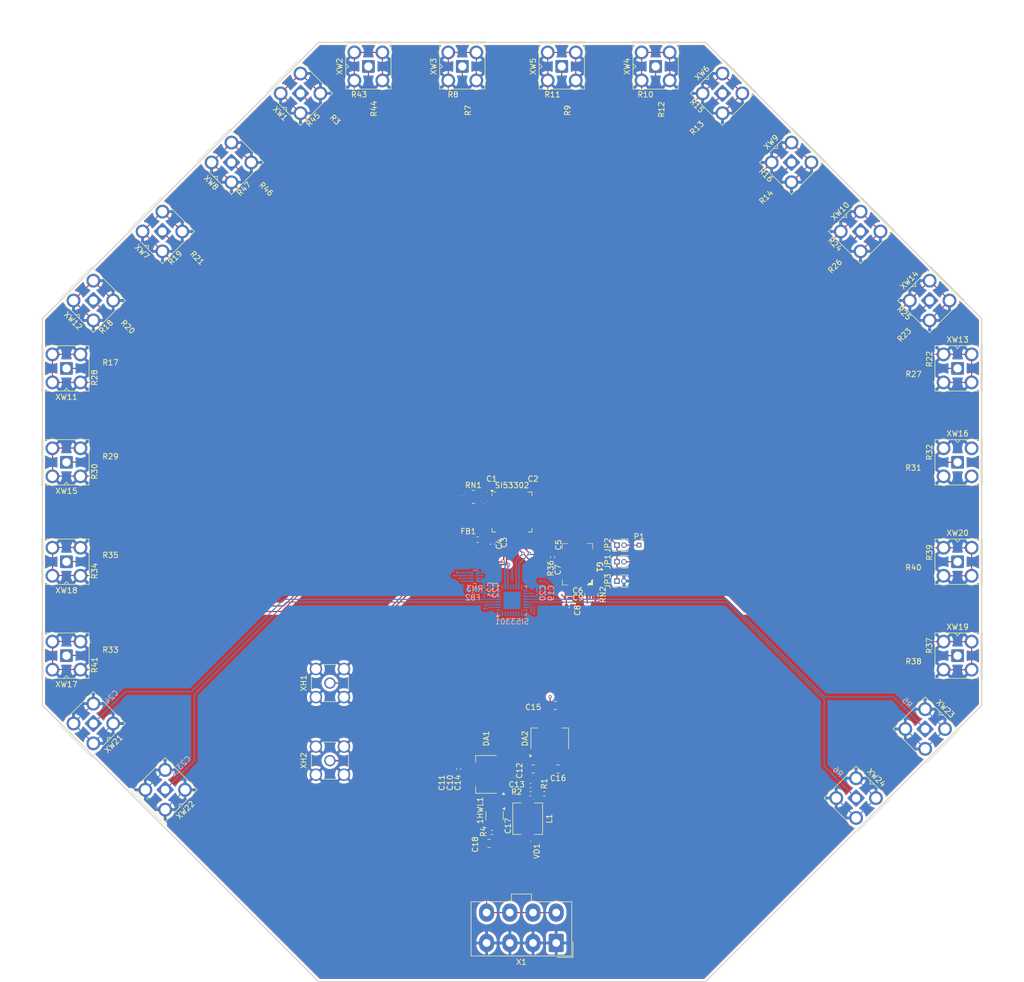
<source format=kicad_pcb>
(kicad_pcb (version 20241229) (generator "pcbnew") (generator_version "9.0")
  (layers (0 "F.Cu" signal) (4 "In1.Cu" power) (6 "In2.Cu" jumper) (2 "B.Cu" signal) (13 "F.Paste" user) (15 "B.Paste" user) (5 "F.SilkS" user "F.Silkscreen") (7 "B.SilkS" user "B.Silkscreen") (1 "F.Mask" user) (3 "B.Mask" user) (25 "Edge.Cuts" user))
  (net 0 "")
  (net 1 "Net-(1HWL1-SW)")
  (net 2 "Net-(1HWL1-EN)")
  (net 3 "VIN_H")
  (net 4 "Net-(1HWL1-FB)")
  (net 5 "Net-(1HWL1-BS)")
  (net 6 "GNDA")
  (net 7 "VDD_3V3")
  (net 8 "Net-(SI53301-VDD)")
  (net 9 "VIN_5V")
  (net 10 "VDD_1V8")
  (net 11 "Net-(R33-Pad1)")
  (net 12 "/RefClock (LMK061)/REF_P")
  (net 13 "/RefClock (LMK061)/REF_N")
  (net 14 "Net-(SI53301-SFOUTA[0])")
  (net 15 "Net-(SI53301-SFOUTB[1])")
  (net 16 "Net-(SI53301-SFOUTA[1])")
  (net 17 "Net-(SI53301-SFOUTB[0])")
  (net 18 "Net-(G1-FS0)")
  (net 21 "Net-(G1-OE)")
  (net 22 "Net-(G1-FS1)")
  (net 30 "/LVDS_LVCMOS_1_8/CLK_SEL")
  (net 35 "/LVCMOS_1V2/CLK_SEL")
  (net 38 "/LVCMOS_1V2/REF_CLKIN_P")
  (net 40 "/LVCMOS_1V2/REF_CLKIN_N")
  (net 41 "/LVDS_LVCMOS_1_8/Q0_P")
  (net 42 "/LVDS_LVCMOS_1_8/Q0_N")
  (net 43 "/LVDS_LVCMOS_1_8/Q3_P")
  (net 44 "/LVDS_LVCMOS_1_8/Q3_N")
  (net 45 "Net-(SI53302-VDD)")
  (net 46 "Net-(SI53302-SFOUTB[1])")
  (net 47 "Net-(SI53302-SFOUTA[1])")
  (net 48 "Net-(SI53302-SFOUTB[0])")
  (net 49 "Net-(SI53302-SFOUTA[0])")
  (net 58 "/LVCMOS_1V2/Q0_P")
  (net 59 "/LVCMOS_1V2/Q0_N")
  (net 60 "/LVCMOS_1V2/Q1_P")
  (net 61 "/LVCMOS_1V2/Q2_P")
  (net 62 "/LVCMOS_1V2/Q3_P")
  (net 63 "/LVCMOS_1V2/Q4_P")
  (net 64 "/LVCMOS_1V2/Q5_P")
  (net 65 "/LVCMOS_1V2/Q6_P")
  (net 66 "/LVCMOS_1V2/Q7_P")
  (net 67 "/LVCMOS_1V2/Q8_P")
  (net 68 "/LVCMOS_1V2/Q9_P")
  (net 69 "/LVCMOS_1V2/Q1_N")
  (net 70 "/LVCMOS_1V2/Q3_N")
  (net 71 "/LVCMOS_1V2/Q8_N")
  (net 72 "/LVCMOS_1V2/Q5_N")
  (net 73 "/LVCMOS_1V2/Q6_N")
  (net 74 "/LVCMOS_1V2/Q7_N")
  (net 75 "/LVCMOS_1V2/Q2_N")
  (net 76 "/LVCMOS_1V2/Q4_N")
  (net 77 "/LVCMOS_1V2/Q9_N")
  (net 80 "/RefClock (LMK061)/EX_CLKIN_N")
  (net 81 "/RefClock (LMK061)/EX_CLKIN_P")
  (net 82 "Net-(C23_1-Pad2)")
  (net 83 "Net-(C24-Pad2)")
  (net 84 "Net-(JP2-B)")
  (net 85 "Net-(R5-Pad1)")
  (net 86 "Net-(R6-Pad1)")
  (net 87 "Net-(R7-Pad1)")
  (net 88 "Net-(R17-Pad1)")
  (net 89 "Net-(R18-Pad2)")
  (net 90 "Net-(R19-Pad2)")
  (net 91 "Net-(R29-Pad1)")
  (net 92 "Net-(R31-Pad1)")
  (net 93 "Net-(R34-Pad2)")
  (net 94 "Net-(R37-Pad2)")
  (net 95 "Net-(R39-Pad2)")
  (net 96 "Net-(R46-Pad1)")
  (net 97 "Net-(R3-Pad1)")
  (net 98 "Net-(R11-Pad2)")
  (net 99 "Net-(R10-Pad2)")
  (net 100 "Net-(R13-Pad1)")
  (net 101 "Net-(R14-Pad1)")
  (net 102 "Net-(R22-Pad2)")
  (net 103 "Net-(R23-Pad1)")
  (net 104 "Net-(R24-Pad2)")
  (net 105 "Net-(R43-Pad2)")
  (footprint "Capacitor_SMD:C_0201_0603Metric" (layer "F.Cu") (at 144.925 -100.815 180)
    (property "Reference" "C6")
    (property "Value" "GJM0335C1E220GB" (hide yes))
  )
  (footprint "Capacitor_SMD:C_0402_1005Metric" (layer "F.Cu") (at 138.34 -65.5)
    (property "Reference" "C13")
    (property "Value" "CL05A106MP5NUNC" (hide yes))
  )
  (footprint "Capacitor_SMD:C_0402_1005Metric" (layer "F.Cu") (at 125.34 -68.5 90)
    (property "Reference" "C14")
    (property "Value" "CL05A106MP5NUNC" (hide yes))
  )
  (footprint "Resistor_SMD:R_0201_0603Metric" (layer "F.Cu") (at 60.5 -122.32 90)
    (property "Reference" "R30")
    (property "Value" "TNPR020150R0FEED" (hide yes))
  )
  (footprint "Package_TO_SOT_SMD:SOT-223-3_TabPin2" (layer "F.Cu") (at 141.84 -74 90)
    (property "Reference" "DA2")
    (property "Value" "AMS1117-3.3")
  )
  (footprint "Diode_SMD:D_0402_1005Metric" (layer "F.Cu") (at 139.485 -55.44)
    (property "Reference" "VD1")
    (property "Value" "~" (hide yes))
  )
  (footprint "Resistor_SMD:R_Array_Convex_4x0402" (layer "F.Cu") (at 128 -117.75)
    (property "Reference" "RN1")
    (property "Value" "YC124-JR-0710KL" (hide yes))
  )
  (footprint "Capacitor_SMD:C_0201_0603Metric" (layer "F.Cu") (at 143.35 -106.04 90)
    (property "Reference" "C7")
    (property "Value" "GRM033R71E103KE" (hide yes))
  )
  (footprint "Resistor_SMD:R_0201_0603Metric" (layer "F.Cu") (at 99.726274 -185.256048 45)
    (property "Reference" "R45")
    (property "Value" "TNPR020150R0FEED" (hide yes))
  )
  (footprint "Resistor_SMD:R_0201_0603Metric" (layer "F.Cu") (at 192.708596 -162.6965 -45)
    (property "Reference" "R24")
    (property "Value" "TNPR020150R0FEED" (hide yes))
  )
  (footprint "Connector_Coaxial:SMA_Amphenol_901-143_Horizontal" (layer "F.Cu") (at 144 -195.65)
    (property "Reference" "XW5")
    (property "Value" "~")
    (fp_line (start 4.3 -4.5) (end -4.3 -4.5) (stroke (width 0.1)) (layer "Edge.Cuts"))
  )
  (footprint "Connector_Coaxial:SMA_Amphenol_901-143_Horizontal" (layer "F.Cu") (at 59.222362 -153.277638 45)
    (property "Reference" "XW12")
    (property "Value" "~")
    (fp_line (start 4.3 -4.5) (end -4.3 -4.5) (stroke (width 0.1)) (layer "Edge.Cuts"))
  )
  (footprint "Connector_Coaxial:SMA_Amphenol_901-143_Horizontal" (layer "F.Cu") (at 197.277639 -63.222361 -135)
    (property "Reference" "XW24")
    (property "Value" "SMA_HOR")
    (fp_line (start 4.3 -4.5) (end -4.3 -4.5) (stroke (width 0.1)) (layer "Edge.Cuts"))
  )
  (footprint "Connector_Coaxial:SMA_Amphenol_901-143_Horizontal" (layer "F.Cu") (at 215.65 -141 -90)
    (property "Reference" "XW13")
    (property "Value" "~")
    (fp_line (start 4.3 -4.5) (end -4.3 -4.5) (stroke (width 0.1)) (layer "Edge.Cuts"))
  )
  (footprint "Resistor_SMD:R_0201_0603Metric" (layer "F.Cu") (at 205.273726 -147.773726 -135)
    (property "Reference" "R23")
    (property "Value" "TNPR020150R0FEED" (hide yes))
  )
  (footprint "Resistor_SMD:R_0201_0603Metric" (layer "F.Cu") (at 62.273726 -147.773726 45)
    (property "Reference" "R18")
    (property "Value" "TNPR020150R0FEED" (hide yes))
  )
  (footprint "Inductor_SMD:L_0603_1608Metric" (layer "F.Cu") (at 128.7875 -110)
    (property "Reference" "FB1")
    (property "Value" "BLM18HE152SZ1" (hide yes))
  )
  (footprint "Resistor_SMD:R_0201_0603Metric" (layer "F.Cu") (at 180.226274 -175.243952 -45)
    (property "Reference" "R16")
    (property "Value" "TNPR020150R0FEED" (hide yes))
  )
  (footprint "Resistor_SMD:R_0402_1005Metric" (layer "F.Cu") (at 131.34 -57)
    (property "Reference" "R4")
    (property "Value" "RC0402FR-0742K2L" (hide yes))
  )
  (footprint "Resistor_SMD:R_0201_0603Metric" (layer "F.Cu") (at 144 -187.68 -90)
    (property "Reference" "R9")
    (property "Value" "TNPR020150R0FEED" (hide yes))
  )
  (footprint "Resistor_SMD:R_0201_0603Metric" (layer "F.Cu") (at 62.32 -106.14)
    (property "Reference" "R35")
    (property "Value" "TNPR020150R0FEED" (hide yes))
  )
  (footprint "Connector_Coaxial:SMA_Amphenol_901-143_Horizontal" (layer "F.Cu") (at 209.777639 -75.722361 -135)
    (property "Reference" "XW23")
    (property "Value" "SMA_HOR")
    (fp_line (start 4.3 -4.5) (end -4.3 -4.5) (stroke (width 0.1)) (layer "Edge.Cuts"))
  )
  (footprint "Connector_PinHeader_1.27mm:PinHeader_1x02_P1.27mm_Vertical" (layer "F.Cu") (at 154 -106 90)
    (property "Reference" "JP1")
    (property "Value" "PinHeader_1x02_P1.27mm" (hide yes))
  )
  (footprint "Capacitor_SMD:C_0201_0603Metric" (layer "F.Cu") (at 131.32 -120 180)
    (property "Reference" "C1")
    (property "Value" "GRM033R60J105MEA" (hide yes))
  )
  (footprint "Connector_Coaxial:SMA_Amphenol_901-143_Horizontal" (layer "F.Cu") (at 215.65 -124 -90)
    (property "Reference" "XW16")
    (property "Value" "~")
    (fp_line (start 4.3 -4.5) (end -4.3 -4.5) (stroke (width 0.1)) (layer "Edge.Cuts"))
  )
  (footprint "Capacitor_SMD:C_0805_2012Metric" (layer "F.Cu") (at 143.34 -68.5 180)
    (property "Reference" "C16")
    (property "Value" "CL21B106KAYQNN" (hide yes))
  )
  (footprint "Inductor_SMD:L_Wuerth_HCI-5040" (layer "F.Cu") (at 137.84 -59.5 90)
    (property "Reference" "L1")
    (property "Value" "~" (hide yes))
  )
  (footprint "Package_TO_SOT_SMD:SOT-223-3_TabPin2" (layer "F.Cu") (at 130.34 -67.5 180)
    (property "Reference" "DA1")
    (property "Value" "LD1117-1.8")
  )
  (footprint "Connector_Coaxial:SMA_Amphenol_901-143_Horizontal" (layer "F.Cu") (at 198.092102 -165.777638 -45)
    (property "Reference" "XW10")
    (property "Value" "~")
    (fp_line (start 4.3 -4.5) (end -4.3 -4.5) (stroke (width 0.1)) (layer "Edge.Cuts"))
  )
  (footprint "Resistor_SMD:R_0201_0603Metric" (layer "F.Cu") (at 124.32 -189.5)
    (property "Reference" "R8")
    (property "Value" "TNPR020150R0FEED" (hide yes))
  )
  (footprint "Resistor_SMD:R_0201_0603Metric" (layer "F.Cu") (at 102.226274 -185.256048 -45)
    (property "Reference" "R3")
    (property "Value" "TNPR020150R0FEED" (hide yes))
  )
  (footprint "Resistor_SMD:R_0201_0603Metric" (layer "F.Cu") (at 126 -187.68 -90)
    (property "Reference" "R7")
    (property "Value" "TNPR020150R0FEED" (hide yes))
  )
  (footprint "Connector_PinHeader_1.27mm:PinHeader_1x02_P1.27mm_Vertical" (layer "F.Cu") (at 154 -109 90)
    (property "Reference" "JP2")
    (property "Value" "PinHeader_1x02_P1.27mm" (hide yes))
  )
  (footprint "Resistor_SMD:R_0201_0603Metric" (layer "F.Cu") (at 180.273726 -172.726274 -135)
    (property "Reference" "R14")
    (property "Value" "TNPR020150R0FEED" (hide yes))
  )
  (footprint "Connector_Coaxial:SMA_Amphenol_901-143_Horizontal" (layer "F.Cu") (at 54.350001 -141 90)
    (property "Reference" "XW11")
    (property "Value" "~")
    (fp_line (start 4.3 -4.5) (end -4.3 -4.5) (stroke (width 0.1)) (layer "Edge.Cuts"))
  )
  (footprint "Capacitor_SMD:C_0402_1005Metric" (layer "F.Cu") (at 131.5 -109.18 -90)
    (property "Reference" "C4")
    (property "Value" "CL05A106MQ5NUNC")
  )
  (footprint "Capacitor_SMD:C_0402_1005Metric" (layer "F.Cu") (at 145.33 -98.04)
    (property "Reference" "C8")
    (property "Value" "CL05A106MQ5NUNC" (hide yes))
  )
  (footprint "Capacitor_SMD:C_0201_0603Metric" (layer "F.Cu") (at 122.34 -68.5 90)
    (property "Reference" "C11")
    (property "Value" "GRM155R61E105KA12D" (hide yes))
  )
  (footprint "Connector_Coaxial:SMA_Amphenol_901-143_Horizontal" (layer "F.Cu") (at 54.35 -89 90)
    (property "Reference" "XW17")
    (property "Value" "~")
    (fp_line (start 4.3 -4.5) (end -4.3 -4.5) (stroke (width 0.1)) (layer "Edge.Cuts"))
  )
  (footprint "Resistor_SMD:R_0201_0603Metric" (layer "F.Cu") (at 209.5 -142.68 -90)
    (property "Reference" "R22")
    (property "Value" "TNPR020150R0FEED" (hide yes))
  )
  (footprint "Package_TO_SOT_SMD:SOT-23-6" (layer "F.Cu") (at 131.84 -60 -90)
    (property "Reference" "1HWL1")
    (property "Value" "~" (hide yes))
  )
  (footprint "Resistor_SMD:R_0201_0603Metric" (layer "F.Cu") (at 62.32 -89)
    (property "Reference" "R33")
    (property "Value" "TNPR020150R0FEED" (hide yes))
  )
  (footprint "Resistor_SMD:R_0201_0603Metric" (layer "F.Cu") (at 107.32 -189.5)
    (property "Reference" "R43")
    (property "Value" "TNPR020150R0FEED" (hide yes))
  )
  (footprint "Resistor_SMD:R_0201_0603Metric" (layer "F.Cu") (at 205.226274 -150.273726 -45)
    (property "Reference" "R25")
    (property "Value" "TNPR020150R0FEED" (hide yes))
  )
  (footprint "Capacitor_SMD:C_0201_0603Metric" (layer "F.Cu") (at 138.82 -120)
    (property "Reference" "C2")
    (property "Value" "GRM033R60J105MEA" (hide yes))
  )
  (footprint "Capacitor_SMD:C_0201_0603Metric" (layer "F.Cu") (at 132.5 -109.48 -90)
    (property "Reference" "C3")
    (property "Value" "GRM033R60J105MEA")
  )
  (footprint "Package_DFN_QFN:TQFN-44-1EP_7x7mm_P0.5mm_EP4.7x4.7mm" (layer "F.Cu") (at 135 -115)
    (property "Reference" "SI53302")
    (property "Value" "~" (hide yes))
  )
  (footprint "Connector_Molex:Molex_Mini-Fit_Jr_5566-08A_2x04_P4.20mm_Vertical" (layer "F.Cu") (at 143 -37 180)
    (property "Reference" "X1")
    (property "Value" "ATX-CPU-8pin_P/N")
  )
  (footprint "Connector_Coaxial:SMA_Amphenol_901-143_Horizontal" (layer "F.Cu") (at 215.65 -89 -90)
    (property "Reference" "XW19")
    (property "Value" "~")
    (fp_line (start 4.3 -4.5) (end -4.3 -4.5) (stroke (width 0.1)) (layer "Edge.Cuts"))
  )
  (footprint "Resistor_SMD:R_0201_0603Metric" (layer "F.Cu") (at 77.273726 -160.226274 -45)
    (property "Reference" "R21")
    (property "Value" "TNPR020150R0FEED" (hide yes))
  )
  (footprint "Package_QFM:QFM-8-SIA" (layer "F.Cu") (at 146.85 -105.54 180)
    (property "Reference" "G1")
    (property "Value" "LMK61PD0A2")
  )
  (footprint "Capacitor_SMD:C_0805_2012Metric" (layer "F.Cu") (at 142.84 -80)
    (property "Reference" "C15")
    (property "Value" "GRM21BC81C226ME44" (hide yes))
  )
  (footprint "Resistor_SMD:R_0201_0603Metric" (layer "F.Cu") (at 192.726274 -160.226274 -135)
    (property "Reference" "R26")
    (property "Value" "TNPR020150R0FEED" (hide yes))
  )
  (footprint "Capacitor_SMD:C_0805_2012Metric" (layer "F.Cu") (at 138.84 -68.5)
    (property "Reference" "C12")
    (property "Value" "CL21B106KAYQNN" (hide yes))
  )
  (footprint "Resistor_SMD:R_0201_0603Metric" (layer "F.Cu") (at 167.726274 -187.773726 -45)
    (property "Reference" "R15")
    (property "Value" "TNPR020150R0FEED" (hide yes))
  )
  (footprint "Resistor_SMD:R_0201_0603Metric" (layer "F.Cu") (at 159.155 -189.5)
    (property "Reference" "R10")
    (property "Value" "TNPR020150R0FEED" (hide yes))
  )
  (footprint "Resistor_SMD:R_0201_0603Metric" (layer "F.Cu") (at 167.726274 -185.256048 -135)
    (property "Reference" "R13")
    (property "Value" "TNPR020150R0FEED" (hide yes))
  )
  (footprint "Capacitor_SMD:C_0201_0603Metric" (layer "F.Cu") (at 143.35 -107.54 -90)
    (property "Reference" "C5")
    (property "Value" "GRM033R71E103KE" (hide yes))
  )
  (footprint "Resistor_SMD:R_0201_0603Metric" (layer "F.Cu") (at 60.5 -104.32 90)
    (property "Reference" "R34")
    (property "Value" "TNPR020150R0FEED" (hide yes))
  )
  (footprint "Resistor_SMD:R_0201_0603Metric" (layer "F.Cu") (at 142.32 -189.5)
    (property "Reference" "R11")
    (property "Value" "TNPR020150R0FEED" (hide yes))
  )
  (footprint "Resistor_SMD:R_Array_Convex_4x0402" (layer "F.Cu") (at 149.35 -100.04 -90)
    (property "Reference" "RN2")
    (property "Value" "YC124-JR-0710KL" (hide yes))
  )
  (footprint "Resistor_SMD:R_0201_0603Metric" (layer "F.Cu") (at 74.773726 -160.273726 45)
    (property "Reference" "R19")
    (property "Value" "TNPR020150R0FEED" (hide yes))
  )
  (footprint "Capacitor_SMD:C_0805_2012Metric" (layer "F.Cu") (at 130.84 -55 180)
    (property "Reference" "C18")
    (property "Value" "CL21B106KAYQNN" (hide yes))
  )
  (footprint "Resistor_SMD:R_0201_0603Metric" (layer "F.Cu") (at 207.655 -124 180)
    (property "Reference" "R31")
    (property "Value" "TNPR020150R0FEED" (hide yes))
  )
  (footprint "Resistor_SMD:R_0402_1005Metric" (layer "F.Cu") (at 142.334884 -106.810763 -90)
    (property "Reference" "R36")
    (property "Value" "RC0402FR-07100RL" (hide yes))
  )
  (footprint "Resistor_SMD:R_0201_0603Metric" (layer "F.Cu") (at 161 -187.845 -90)
    (property "Reference" "R12")
    (property "Value" "TNPR020150R0FEED")
  )
  (footprint "Connector_Coaxial:SMA_Amphenol_901-144_Vertical" (layer "F.Cu") (at 102.04 -70 90)
    (property "Reference" "XH2")
    (property "Value" "SMA_HOR")
  )
  (footprint "Resistor_SMD:R_0201_0603Metric" (layer "F.Cu") (at 87.226274 -172.726274 45)
    (property "Reference" "R47")
    (property "Value" "TNPR020150R0FEED" (hide yes))
  )
  (footprint "Capacitor_SMD:C_0201_0603Metric" (layer "F.Cu") (at 134.215 -60.185 -90)
    (property "Reference" "C17")
    (property "Value" "GRM155R61E105KA12D" (hide yes))
  )
  (footprint "Connector_Coaxial:SMA_Amphenol_901-143_Horizontal" (layer "F.Cu") (at 54.35 -124 90)
    (property "Reference" "XW15")
    (property "Value" "~")
    (fp_line (start 4.3 -4.5) (end -4.3 -4.5) (stroke (width 0.1)) (layer "Edge.Cuts"))
  )
  (footprint "Connector_Coaxial:SMA_Amphenol_901-143_Horizontal" (layer "F.Cu") (at 109 -195.65)
    (property "Reference" "XW2")
    (property "Value" "~")
    (fp_line (start 4.3 -4.5) (end -4.3 -4.5) (stroke (width 0.1)) (layer "Edge.Cuts"))
  )
  (footprint "Connector_Coaxial:SMA_Amphenol_901-143_Horizontal" (layer "F.Cu") (at 84.222362 -178.277638 45)
    (property "Reference" "XW8")
    (property "Value" "~")
    (fp_line (start 4.3 -4.5) (end -4.3 -4.5) (stroke (width 0.1)) (layer "Edge.Cuts"))
  )
  (footprint "Connector_Coaxial:SMA_Amphenol_901-143_Horizontal" (layer "F.Cu") (at 161 -195.65)
    (property "Reference" "XW4")
    (property "Value" "~")
    (fp_line (start 4.3 -4.5) (end -4.3 -4.5) (stroke (width 0.1)) (layer "Edge.Cuts"))
  )
  (footprint "Resistor_SMD:R_0402_1005Metric" (layer "F.Cu") (at 138.335 -64.005 180)
    (property "Reference" "R2")
    (property "Value" "RC0402FR-0720KL" (hide yes))
  )
  (footprint "Resistor_SMD:R_0201_0603Metric" (layer "F.Cu") (at 207.685 -89 180)
    (property "Reference" "R38")
    (property "Value" "TNPR020150R0FEED" (hide yes))
  )
  (footprint "Connector_Coaxial:SMA_Amphenol_901-143_Horizontal" (layer "F.Cu") (at 71.722362 -165.777638 45)
    (property "Reference" "XW7")
    (property "Value" "~")
    (fp_line (start 4.3 -4.5) (end -4.3 -4.5) (stroke (width 0.1)) (layer "Edge.Cuts"))
  )
  (footprint "Resistor_SMD:R_0402_1005Metric" (layer "F.Cu") (at 140.84 -64 180)
    (property "Reference" "R1")
    (property "Value" "RC0402FR-074K87L" (hide yes))
  )
  (footprint "Resistor_SMD:R_0201_0603Metric" (layer "F.Cu") (at 64.726274 -147.773726 -45)
    (property "Reference" "R20")
    (property "Value" "TNPR020150R0FEED" (hide yes))
  )
  (footprint "Connector_Coaxial:SMA_Amphenol_901-143_Horizontal" (layer "F.Cu") (at 210.592102 -153.277638 -45)
    (property "Reference" "XW14")
    (property "Value" "~")
    (fp_line (start 4.3 -4.5) (end -4.3 -4.5) (stroke (width 0.1)) (layer "Edge.Cuts"))
  )
  (footprint "Connector_PinHeader_1.27mm:PinHeader_1x02_P1.27mm_Vertical" (layer "F.Cu") (at 154 -102.5 90)
    (property "Reference" "JP3")
    (property "Value" "PinHeader_1x02_P1.27mm")
  )
  (footprint "Resistor_SMD:R_0201_0603Metric" (layer "F.Cu") (at 60.5 -87.32 90)
    (property "Reference" "R41")
    (property "Value" "TNPR020150R0FEED" (hide yes))
  )
  (footprint "Resistor_SMD:R_0201_0603Metric" (layer "F.Cu") (at 207.68 -141 180)
    (property "Reference" "R27")
    (property "Value" "TNPR020150R0FEED" (hide yes))
  )
  (footprint "Resistor_SMD:R_0201_0603Metric" (layer "F.Cu") (at 109 -187.68 -90)
    (property "Reference" "R44")
    (property "Value" "TNPR020150R0FEED" (hide yes))
  )
  (footprint "Connector_Coaxial:SMA_Amphenol_901-143_Horizontal" (layer "F.Cu") (at 173.092102 -190.777638 -45)
    (property "Reference" "XW6")
    (property "Value" "~")
    (fp_line (start 4.3 -4.5) (end -4.3 -4.5) (stroke (width 0.1)) (layer "Edge.Cuts"))
  )
  (footprint "Connector_Coaxial:SMA_Amphenol_901-143_Horizontal" (layer "F.Cu") (at 96.722362 -190.777638 45)
    (property "Reference" "XW1")
    (property "Value" "~")
    (fp_line (start 4.3 -4.5) (end -4.3 -4.5) (stroke (width 0.1)) (layer "Edge.Cuts"))
  )
  (footprint "Resistor_SMD:R_0201_0603Metric" (layer "F.Cu") (at 209.488981 -90.827411 -90)
    (property "Reference" "R37")
    (property "Value" "TNPR020150R0FEED" (hide yes))
  )
  (footprint "Connector_Coaxial:SMA_Amphenol_901-143_Horizontal" (layer "F.Cu") (at 59.222361 -76.72236 135)
    (property "Reference" "XW21")
    (property "Value" "SMA_HOR")
    (fp_line (start 4.3 -4.5) (end -4.3 -4.500001) (stroke (width 0.1)) (layer "Edge.Cuts"))
  )
  (footprint "Connector_Coaxial:SMA_Amphenol_901-143_Horizontal" (layer "F.Cu") (at 215.65 -106 -90)
    (property "Reference" "XW20")
    (property "Value" "~")
    (fp_line (start 4.3 -4.5) (end -4.3 -4.5) (stroke (width 0.1)) (layer "Edge.Cuts"))
  )
  (footprint "Resistor_SMD:R_0201_0603Metric" (layer "F.Cu") (at 207.655 -106 180)
    (property "Reference" "R40")
    (property "Value" "TNPR020150R0FEED" (hide yes))
  )
  (footprint "Connector_Coaxial:SMA_Amphenol_901-143_Horizontal" (layer "F.Cu") (at 54.35 -106 90)
    (property "Reference" "XW18")
    (property "Value" "~")
    (fp_line (start 4.3 -4.5) (end -4.3 -4.5) (stroke (width 0.1)) (layer "Edge.Cuts"))
  )
  (footprint "Resistor_SMD:R_0201_0603Metric" (layer "F.Cu") (at 60.5 -139.32 90)
    (property "Reference" "R28")
    (property "Value" "TNPR020150R0FEED" (hide yes))
  )
  (footprint "Capacitor_SMD:C_0201_0603Metric" (layer "F.Cu") (at 144.928062 -99.457122)
    (property "Reference" "C9")
    (property "Value" "GRM033R60J105MEA" (hide yes))
  )
  (footprint "Resistor_SMD:R_0201_0603Metric" (layer "F.Cu") (at 209.5 -107.68 -90)
    (property "Reference" "R39")
    (property "Value" "TNPR020150R0FEED" (hide yes))
  )
  (footprint "Connector_Coaxial:SMA_Amphenol_901-143_Horizontal" (layer "F.Cu") (at 185.592102 -178.277638 -45)
    (property "Reference" "XW9")
    (property "Value" "~")
    (fp_line (start 4.3 -4.5) (end -4.3 -4.5) (stroke (width 0.1)) (layer "Edge.Cuts"))
  )
  (footprint "Capacitor_SMD:C_0201_0603Metric" (layer "F.Cu") (at 123.84 -68.5 90)
    (property "Reference" "C10")
    (property "Value" "GRM155R61E105KA12D" (hide yes))
  )
  (footprint "Connector_PinHeader_1.00mm:PinHeader_1x01_P1.00mm_Vertical" (layer "F.Cu") (at 158 -109)
    (property "Reference" "P1")
    (property "Value" "~")
  )
  (footprint "Resistor_SMD:R_0201_0603Metric" (layer "F.Cu") (at 62.32 -124)
    (property "Reference" "R29")
    (property "Value" "TNPR020150R0FEED" (hide yes))
  )
  (footprint "Connector_Coaxial:SMA_Amphenol_901-143_Horizontal" (layer "F.Cu") (at 126 -195.65)
    (property "Reference" "XW3")
    (property "Value" "~")
    (fp_line (start 4.3 -4.5) (end -4.3 -4.5) (stroke (width 0.1)) (layer "Edge.Cuts"))
  )
  (footprint "Connector_Coaxial:SMA_Amphenol_901-144_Vertical" (layer "F.Cu") (at 102.04 -84.04 90)
    (property "Reference" "XH1")
    (property "Value" "SMA_HOR")
  )
  (footprint "Connector_Coaxial:SMA_Amphenol_901-143_Horizontal" (layer "F.Cu") (at 72.222362 -64.722361 135)
    (property "Reference" "XW22")
    (property "Value" "SMA_HOR")
    (fp_line (start 4.3 -4.5) (end -4.3 -4.5) (stroke (width 0.1)) (layer "Edge.Cuts"))
  )
  (footprint "Resistor_SMD:R_0201_0603Metric" (layer "F.Cu") (at 209.5 -125.82 -90)
    (property "Reference" "R32")
    (property "Value" "TNPR020150R0FEED" (hide yes))
  )
  (footprint "Resistor_SMD:R_0201_0603Metric" (layer "F.Cu") (at 89.773726 -172.726274 -45)
    (property "Reference" "R46")
    (property "Value" "TNPR020150R0FEED" (hide yes))
  )
  (footprint "Resistor_SMD:R_0201_0603Metric" (layer "F.Cu") (at 62.32 -141)
    (property "Reference" "R17")
    (property "Value" "TNPR020150R0FEED" (hide yes))
  )
  (footprint "Resistor_SMD:R_0201_0603Metric" (layer "B.Cu") (at 205.756048 -79.743952 135)
    (property "Reference" "R5")
    (property "Value" "TNPR020150R0FEED" (hide yes))
  )
  (footprint "Capacitor_SMD:C_0201_0603Metric" (layer "B.Cu") (at 75.756048 -68.256048 -135)
    (property "Reference" "C23_1")
    (property "Value" "GJM0335C1E220GB")
  )
  (footprint "Capacitor_SMD:C_0201_0603Metric" (layer "B.Cu") (at 131 -100.845 90)
    (property "Reference" "C22")
    (property "Value" "GRM033R60J105MEA" (hide yes))
  )
  (footprint "Package_DFN_QFN:QFN-32-1EP_5x5mm_P0.5mm_EP3.1x3.1mm" (layer "B.Cu") (at 135 -99)
    (property "Reference" "SI53301")
    (property "Value" "~" (hide yes))
  )
  (footprint "Capacitor_SMD:C_0201_0603Metric" (layer "B.Cu") (at 63.243952 -80.743952 -135)
    (property "Reference" "C24")
    (property "Value" "GJM0335C1E220GB" (hide yes))
  )
  (footprint "Resistor_SMD:R_0201_0603Metric" (layer "B.Cu") (at 193.256048 -67.243952 135)
    (property "Reference" "R6")
    (property "Value" "TNPR020150R0FEED" (hide yes))
  )
  (footprint "Resistor_SMD:R_Array_Convex_4x0402" (layer "B.Cu") (at 128.25 -103.25)
    (property "Reference" "RN3")
    (property "Value" "YC124-JR-0710KL" (hide yes))
  )
  (footprint "Capacitor_SMD:C_0402_1005Metric" (layer "B.Cu") (at 129.939393 -100.926176 90)
    (property "Reference" "C21")
    (property "Value" "CL05A106MQ5NUNC" (hide yes))
  )
  (footprint "Capacitor_SMD:C_0201_0603Metric" (layer "B.Cu") (at 141 -100.345 90)
    (property "Reference" "C19")
    (property "Value" "GRM033R60J105MEA" (hide yes))
  )
  (footprint "Capacitor_SMD:C_0201_0603Metric" (layer "B.Cu") (at 139.5 -100.345 90)
    (property "Reference" "C20")
    (property "Value" "GRM033R60J105MEA" (hide yes))
  )
  (footprint "Inductor_SMD:L_0603_1608Metric" (layer "B.Cu") (at 127.884393 -100.946176)
    (property "Reference" "FB2")
    (property "Value" "BLM18HE152SZ1" (hide yes))
  )
  (gr_line (start 49.999999 -80.000001) (end 49.999999 -149.999401) (stroke (width 0.2)) (layer "Edge.Cuts"))
  (gr_line (start 100 -30.000401) (end 49.999999 -80.000001) (stroke (width 0.2)) (layer "Edge.Cuts"))
  (gr_line (start 100 -200) (end 170 -200) (stroke (width 0.2)) (layer "Edge.Cuts"))
  (gr_line (start 170 -30) (end 100 -30) (stroke (width 0.2)) (layer "Edge.Cuts"))
  (gr_line (start 49.999999 -149.999401) (end 100 -200) (stroke (width 0.2)) (layer "Edge.Cuts"))
  (gr_line (start 219.999999 -79.996968) (end 170 -30) (stroke (width 0.2)) (layer "Edge.Cuts"))
  (gr_line (start 170 -200) (end 220 -150) (stroke (width 0.2)) (layer "Edge.Cuts"))
  (gr_line (start 220 -150) (end 219.999999 -79.996968) (stroke (width 0.2)) (layer "Edge.Cuts"))
  (segment (start 137.84 -55.44) (end 134.940001 -55.44) (width 0.2) (layer "F.Cu") (net 1))
  (segment (start 139 -55.44) (end 137.84 -55.44) (width 0.2) (layer "F.Cu") (net 1))
  (segment (start 132.79 -57.590001) (end 134.940001 -55.44) (width 0.2) (layer "F.Cu") (net 1))
  (segment (start 132.79 -58.8625) (end 132.79 -57.590001) (width 0.2) (layer "F.Cu") (net 1))
  (segment (start 133.2125 -58.8625) (end 134.215 -59.865) (width 0.2) (layer "F.Cu") (net 1))
  (segment (start 137.84 -57.45) (end 137.84 -55.44) (width 0.2) (layer "F.Cu") (net 1))
  (segment (start 132.79 -58.8625) (end 133.2125 -58.8625) (width 0.2) (layer "F.Cu") (net 1))
  (segment (start 130.83 -57) (end 130.83 -58.8025) (width 0.2) (layer "F.Cu") (net 2))
  (segment (start 138.8 -42.5) (end 143 -42.5) (width 0.2) (layer "F.Cu") (net 3))
  (segment (start 130.4 -42.5) (end 134.6 -42.5) (width 0.2) (layer "F.Cu") (net 3))
  (segment (start 134.6 -42.5) (end 138.8 -42.5) (width 0.2) (layer "F.Cu") (net 3))
  (segment (start 131.85 -57) (end 131.85 -58.8525) (width 0.2) (layer "F.Cu") (net 3))
  (segment (start 131.79 -52.79) (end 131.79 -55) (width 0.2) (layer "F.Cu") (net 3))
  (segment (start 130.4 -42.5) (end 130.4 -51.4) (width 0.2) (layer "F.Cu") (net 3))
  (segment (start 130.4 -51.4) (end 131.79 -52.79) (width 0.2) (layer "F.Cu") (net 3))
  (segment (start 131.79 -56.94) (end 131.85 -57) (width 0.2) (layer "F.Cu") (net 3))
  (segment (start 131.79 -55) (end 131.79 -56.94) (width 0.2) (layer "F.Cu") (net 3))
  (segment (start 139.84 -64.005) (end 140.325 -64.005) (width 0.2) (layer "F.Cu") (net 4))
  (segment (start 139.79 -64.055) (end 139.84 -64.005) (width 0.2) (layer "F.Cu") (net 4))
  (segment (start 140.325 -64.005) (end 140.33 -64) (width 0.2) (layer "F.Cu") (net 4))
  (segment (start 130.89 -61.1375) (end 130.89 -62) (width 0.2) (layer "F.Cu") (net 4))
  (segment (start 130.84 -62.05) (end 130.89 -62) (width 0.2) (layer "F.Cu") (net 4))
  (segment (start 138.84 -63) (end 138.84 -64) (width 0.2) (layer "F.Cu") (net 4))
  (segment (start 130.84 -62.5) (end 130.84 -62.05) (width 0.2) (layer "F.Cu") (net 4))
  (segment (start 139.79 -68.5) (end 139.79 -64.055) (width 0.2) (layer "F.Cu") (net 4))
  (segment (start 130.89 -62) (end 130.89 -62.05) (width 0.2) (layer "F.Cu") (net 4))
  (segment (start 138.845 -64.005) (end 139.84 -64.005) (width 0.2) (layer "F.Cu") (net 4))
  (segment (start 138.84 -64) (end 138.845 -64.005) (width 0.2) (layer "F.Cu") (net 4))
  (via micro (at 138.84 -63) (size 0.3) (drill 0.1) (layers "F.Cu" "In1.Cu") (net 4))
  (via micro (at 130.84 -62.5) (size 0.3) (drill 0.1) (layers "F.Cu" "In1.Cu") (net 4))
  (segment (start 134.215 -60.505) (end 133.4225 -60.505) (width 0.2) (layer "F.Cu") (net 5))
  (segment (start 133.4225 -60.505) (end 132.79 -61.1375) (width 0.2) (layer "F.Cu") (net 5))
  (segment (start 210.04 -108.54) (end 209.5 -108) (width 0.2) (layer "F.Cu") (net 6))
  (segment (start 69.953949 -163.953949) (end 68.13026 -165.777638) (width 0.2) (layer "F.Cu") (net 6))
  (segment (start 196.361181 -167.638819) (end 198.092102 -169.36974) (width 0.2) (layer "F.Cu") (net 6))
  (segment (start 183.861181 -180.138819) (end 183.252009 -180.747991) (width 0.2) (layer "F.Cu") (net 6))
  (segment (start 213.11 -108.54) (end 210.04 -108.54) (width 0.2) (layer "F.Cu") (net 6))
  (segment (start 57.453949 -151.453949) (end 56.902207 -150.902207) (width 0.2) (layer "F.Cu") (net 6))
  (segment (start 141.46 -193.11) (end 141.46 -190.04) (width 0.2) (layer "F.Cu") (net 6))
  (segment (start 208.861181 -155.138819) (end 210.592102 -156.86974) (width 0.2) (layer "F.Cu") (net 6))
  (segment (start 99.5 -185.029774) (end 98.878124 -185.029774) (width 0.2) (layer "F.Cu") (net 6))
  (segment (start 210.592102 -156.86974) (end 214.184204 -153.277638) (width 0.2) (layer "F.Cu") (net 6))
  (segment (start 123.46 -195.5) (end 123.46 -198.19) (width 0.2) (layer "F.Cu") (net 6))
  (segment (start 173.092102 -194.36974) (end 176.684204 -190.777638) (width 0.2) (layer "F.Cu") (net 6))
  (segment (start 60 -86.5) (end 60.54 -87.04) (width 0.2) (layer "F.Cu") (net 6))
  (segment (start 106.46 -195.5) (end 106.46 -198.19) (width 0.2) (layer "F.Cu") (net 6))
  (segment (start 56.902207 -150.902207) (end 56.902207 -150.884459) (width 0.2) (layer "F.Cu") (net 6))
  (segment (start 167.5 -188.777638) (end 167.5 -188) (width 0.2) (layer "F.Cu") (net 6))
  (segment (start 96.722362 -194.36974) (end 100.314464 -190.777638) (width 0.2) (layer "F.Cu") (net 6))
  (segment (start 59.222362 -156.86974) (end 55.63026 -153.277638) (width 0.2) (layer "F.Cu") (net 6))
  (segment (start 215.5 -143.54) (end 218.19 -143.54) (width 0.2) (layer "F.Cu") (net 6))
  (segment (start 51.85 -121.5) (end 51.85 -126.58) (width 0.2) (layer "F.Cu") (net 6))
  (segment (start 94.209798 -188.209798) (end 94.199929 -188.209798) (width 0.2) (layer "F.Cu") (net 6))
  (segment (start 218.19 -108.54) (end 218.19 -103.46) (width 0.2) (layer "F.Cu") (net 6))
  (segment (start 135 -118.3625) (end 135 -119.5) (width 0.2) (layer "F.Cu") (net 6))
  (segment (start 57.453949 -151.453949) (end 55.63026 -153.277638) (width 0.2) (layer "F.Cu") (net 6))
  (segment (start 158.46 -193.11) (end 158.46 -195.5) (width 0.2) (layer "F.Cu") (net 6))
  (segment (start 69.953949 -163.953949) (end 69.209798 -163.209798) (width 0.2) (layer "F.Cu") (net 6))
  (segment (start 171.361181 -192.638819) (end 173.092102 -194.36974) (width 0.2) (layer "F.Cu") (net 6))
  (segment (start 56.93 -86.5) (end 51.85 -86.5) (width 0.2) (layer "F.Cu") (net 6))
  (segment (start 213.11 -108.54) (end 215.5 -108.54) (width 0.2) (layer "F.Cu") (net 6))
  (segment (start 205 -151.277638) (end 207 -153.277638) (width 0.2) (layer "F.Cu") (net 6))
  (segment (start 56.93 -103.5) (end 60 -103.5) (width 0.2) (layer "F.Cu") (net 6))
  (segment (start 138.82 -65.5) (end 138.82 -67.270065) (width 0.2) (layer "F.Cu") (net 6))
  (segment (start 138.8 -37) (end 143 -37) (width 0.2) (layer "F.Cu") (net 6))
  (segment (start 209.88157 -91.54) (end 209.488981 -91.147411) (width 0.2) (layer "F.Cu") (net 6))
  (segment (start 123.46 -193.11) (end 123.46 -195.5) (width 0.2) (layer "F.Cu") (net 6))
  (segment (start 87 -172.5) (end 86.407898 -172.5) (width 0.2) (layer "F.Cu") (net 6))
  (segment (start 56.93 -121.5) (end 60 -121.5) (width 0.2) (layer "F.Cu") (net 6))
  (segment (start 69.209798 -163.209798) (end 69.199929 -163.209798) (width 0.2) (layer "F.Cu") (net 6))
  (segment (start 60 -103.5) (end 60.54 -104.04) (width 0.2) (layer "F.Cu") (net 6))
  (segment (start 149.6 -99.54) (end 150.1 -99.54) (width 0.2) (layer "F.Cu") (net 6))
  (segment (start 158.46 -195.5) (end 157.5 -195.5) (width 0.2) (layer "F.Cu") (net 6))
  (segment (start 125.18 -68.82) (end 125.34 -68.98) (width 0.2) (layer "F.Cu") (net 6))
  (segment (start 146.54 -198.19) (end 141.46 -198.19) (width 0.2) (layer "F.Cu") (net 6))
  (segment (start 158.46 -195.5) (end 158.46 -198.19) (width 0.2) (layer "F.Cu") (net 6))
  (segment (start 94.953949 -188.953949) (end 94.209798 -188.209798) (width 0.2) (layer "F.Cu") (net 6))
  (segment (start 73.878124 -160.029774) (end 71.722362 -162.185536) (width 0.2) (layer "F.Cu") (net 6))
  (segment (start 123.46 -195.5) (end 122.5 -195.5) (width 0.2) (layer "F.Cu") (net 6))
  (segment (start 68.13026 -165.777638) (end 71.722362 -169.36974) (width 0.2) (layer "F.Cu") (net 6))
  (segment (start 205 -150.5) (end 205 -151.277638) (width 0.2) (layer "F.Cu") (net 6))
  (segment (start 141.46 -195.5) (end 140.5 -195.5) (width 0.2) (layer "F.Cu") (net 6))
  (segment (start 208.861181 -155.138819) (end 208.213224 -155.786776) (width 0.2) (layer "F.Cu") (net 6))
  (segment (start 218.19 -103.46) (end 213.11 -103.46) (width 0.2) (layer "F.Cu") (net 6))
  (segment (start 128.5 -117) (end 129.5 -117) (width 0.2) (layer "F.Cu") (net 6))
  (segment (start 145.248062 -99.457122) (end 146.014823 -99.457122) (width 0.2) (layer "F.Cu") (net 6))
  (segment (start 130.4 -37) (end 134.6 -37) (width 0.2) (layer "F.Cu") (net 6))
  (segment (start 218.19 -91.54) (end 218.19 -86.46) (width 0.2) (layer "F.Cu") (net 6))
  (segment (start 60 -121.5) (end 60.54 -122.04) (width 0.2) (layer "F.Cu") (net 6))
  (segment (start 163.54 -198.19) (end 163.54 -193.11) (width 0.2) (layer "F.Cu") (net 6))
  (segment (start 82.453949 -176.453949) (end 81.902207 -175.902207) (width 0.2) (layer "F.Cu") (net 6))
  (segment (start 180 -176.277638) (end 180 -175.5) (width 0.2) (layer "F.Cu") (net 6))
  (segment (start 215.5 -91.54) (end 218.19 -91.54) (width 0.2) (layer "F.Cu") (net 6))
  (segment (start 82.453949 -176.453949) (end 80.63026 -178.277638) (width 0.2) (layer "F.Cu") (net 6))
  (segment (start 59.96 -138.46) (end 60.5 -139) (width 0.2) (layer "F.Cu") (net 6))
  (segment (start 194.5 -165.777638) (end 196.361181 -167.638819) (width 0.2) (layer "F.Cu") (net 6))
  (segment (start 213.11 -86.46) (end 218.19 -86.46) (width 0.2) (layer "F.Cu") (net 6))
  (segment (start 208.213224 -155.786776) (end 208.200803 -155.786776) (width 0.2) (layer "F.Cu") (net 6))
  (segment (start 215.5 -108.54) (end 215.5 -109.5) (width 0.2) (layer "F.Cu") (net 6))
  (segment (start 134.6 -37) (end 138.8 -37) (width 0.2) (layer "F.Cu") (net 6))
  (segment (start 106.46 -195.5) (end 105.5 -195.5) (width 0.2) (layer "F.Cu") (net 6))
  (segment (start 218.19 -143.54) (end 218.19 -138.46) (width 0.2) (layer "F.Cu") (net 6))
  (segment (start 81.902207 -175.902207) (end 81.902207 -175.884459) (width 0.2) (layer "F.Cu") (net 6))
  (segment (start 51.85 -86.5) (end 51.85 -91.58) (width 0.2) (layer "F.Cu") (net 6))
  (segment (start 215.5 -91.54) (end 215.5 -92.5) (width 0.2) (layer "F.Cu") (net 6))
  (segment (start 215.5 -108.54) (end 218.19 -108.54) (width 0.2) (layer "F.Cu") (net 6))
  (segment (start 123.84 -68.82) (end 125.18 -68.82) (width 0.2) (layer "F.Cu") (net 6))
  (segment (start 59.222362 -156.86974) (end 62.814464 -153.277638) (width 0.2) (layer "F.Cu") (net 6))
  (segment (start 98.878124 -185.029774) (end 96.722362 -187.185536) (width 0.2) (layer "F.Cu") (net 6))
  (segment (start 195.702651 -168.297349) (end 195.70265 -168.297349) (width 0.2) (layer "F.Cu") (net 6))
  (segment (start 128.5 -118) (end 129.5 -118) (width 0.2) (layer "F.Cu") (net 6))
  (segment (start 146.54 -198.19) (end 146.54 -193.11) (width 0.2) (layer "F.Cu") (net 6))
  (segment (start 176.684204 -190.777638) (end 173.092102 -187.185536) (width 0.2) (layer "F.Cu") (net 6))
  (segment (start 169.5 -190.777638) (end 171.361181 -192.638819) (width 0.2) (layer "F.Cu") (net 6))
  (segment (start 201.684204 -165.777638) (end 198.092102 -162.185536) (width 0.2) (layer "F.Cu") (net 6))
  (segment (start 171.361181 -192.638819) (end 170.714608 -193.285392) (width 0.2) (layer "F.Cu") (net 6))
  (segment (start 213.11 -143.54) (end 210.04 -143.54) (width 0.2) (layer "F.Cu") (net 6))
  (segment (start 56.89 -138.46) (end 51.81 -138.46) (width 0.2) (layer "F.Cu") (net 6))
  (segment (start 51.85 -91.58) (end 56.93 -91.58) (width 0.2) (layer "F.Cu") (net 6))
  (segment (start 106.46 -190.04) (end 107 -189.5) (width 0.2) (layer "F.Cu") (net 6))
  (segment (start 198.092102 -169.36974) (end 201.684204 -165.777638) (width 0.2) (layer "F.Cu") (net 6))
  (segment (start 106.46 -190.04) (end 106.46 -195.5) (width 0.2) (layer "F.Cu") (net 6))
  (segment (start 182 -178.277638) (end 183.861181 -180.138819) (width 0.2) (layer "F.Cu") (net 6))
  (segment (start 71.722362 -162.185536) (end 69.953949 -163.953949) (width 0.2) (layer "F.Cu") (net 6))
  (segment (start 207 -153.277638) (end 208.861181 -155.138819) (width 0.2) (layer "F.Cu") (net 6))
  (segment (start 51.81 -138.46) (end 51.81 -143.54) (width 0.2) (layer "F.Cu") (net 6))
  (segment (start 59.222362 -149.685536) (end 57.453949 -151.453949) (width 0.2) (layer "F.Cu") (net 6))
  (segment (start 74.5 -160.029774) (end 73.878124 -160.029774) (width 0.2) (layer "F.Cu") (net 6))
  (segment (start 146.014823 -99.457122) (end 146.018151 -99.46045) (width 0.2) (layer "F.Cu") (net 6))
  (segment (start 51.81 -143.54) (end 56.89 -143.54) (width 0.2) (layer "F.Cu") (net 6))
  (segment (start 169.5 -190.777638) (end 167.5 -188.777638) (width 0.2) (layer "F.Cu") (net 6))
  (segment (start 214.184204 -153.277638) (end 210.592102 -149.685536) (width 0.2) (layer "F.Cu") (net 6))
  (segment (start 123.46 -198.19) (end 128.54 -198.19) (width 0.2) (layer "F.Cu") (net 6))
  (segment (start 93.13026 -190.777638) (end 96.722362 -194.36974) (width 0.2) (layer "F.Cu") (net 6))
  (segment (start 141.46 -190.04) (end 142 -189.5) (width 0.2) (layer "F.Cu") (net 6))
  (segment (start 62 -147.5) (end 61.407898 -147.5) (width 0.2) (layer "F.Cu") (net 6))
  (segment (start 123.46 -193.11) (end 123.46 -190.04) (width 0.2) (layer "F.Cu") (net 6))
  (segment (start 96.722362 -187.185536) (end 94.953949 -188.953949) (width 0.2) (layer "F.Cu") (net 6))
  (segment (start 183.861181 -180.138819) (end 185.592102 -181.86974) (width 0.2) (layer "F.Cu") (net 6))
  (segment (start 213.11 -91.54) (end 215.5 -91.54) (width 0.2) (layer "F.Cu") (net 6))
  (segment (start 213.11 -143.54) (end 215.5 -143.54) (width 0.2) (layer "F.Cu") (net 6))
  (segment (start 84.222362 -181.86974) (end 87.814464 -178.277638) (width 0.2) (layer "F.Cu") (net 6))
  (segment (start 86.407898 -172.5) (end 84.222362 -174.685536) (width 0.2) (layer "F.Cu") (net 6))
  (segment (start 61.407898 -147.5) (end 59.222362 -149.685536) (width 0.2) (layer "F.Cu") (net 6))
  (segment (start 194.5 -165.777638) (end 192.482322 -163.75996) (width 0.2) (layer "F.Cu") (net 6))
  (segment (start 84.222362 -174.685536) (end 82.453949 -176.453949) (width 0.2) (layer "F.Cu") (net 6))
  (segment (start 111.54 -198.19) (end 111.54 -193.11) (width 0.2) (layer "F.Cu") (net 6))
  (segment (start 51.85 -103.5) (end 51.85 -108.58) (width 0.2) (layer "F.Cu") (net 6))
  (segment (start 94.953949 -188.953949) (end 93.13026 -190.777638) (width 0.2) (layer "F.Cu") (net 6))
  (segment (start 56.93 -121.5) (end 51.85 -121.5) (width 0.2) (layer "F.Cu") (net 6))
  (segment (start 158.46 -193.11) (end 158.46 -189.9) (width 0.2) (layer "F.Cu") (net 6))
  (segment (start 196.361181 -167.638819) (end 195.702651 -168.297349) (width 0.2) (layer "F.Cu") (net 6))
  (segment (start 141.46 -195.5) (end 141.46 -198.19) (width 0.2) (layer "F.Cu") (net 6))
  (segment (start 141.46 -193.11) (end 141.46 -195.5) (width 0.2) (layer "F.Cu") (net 6))
  (segment (start 185.592102 -181.86974) (end 189.184204 -178.277638) (width 0.2) (layer "F.Cu") (net 6))
  (segment (start 128.54 -198.19) (end 128.54 -193.11) (width 0.2) (layer "F.Cu") (net 6))
  (segment (start 182 -178.277638) (end 180 -176.277638) (width 0.2) (layer "F.Cu") (net 6))
  (segment (start 183.252009 -180.747991) (end 183.247114 -180.747991) (width 0.2) (layer "F.Cu") (net 6))
  (segment (start 170.714608 -193.285392) (end 170.714608 -193.288485) (width 0.2) (layer "F.Cu") (net 6))
  (segment (start 163.54 -198.19) (end 158.46 -198.19) (width 0.2) (layer "F.Cu") (net 6))
  (segment (start 106.46 -198.19) (end 111.54 -198.19) (width 0.2) (layer "F.Cu") (net 6))
  (segment (start 123.46 -190.04) (end 124 -189.5) (width 0.2) (layer "F.Cu") (net 6))
  (segment (start 56.89 -138.46) (end 59.96 -138.46) (width 0.2) (layer "F.Cu") (net 6))
  (segment (start 71.722362 -169.36974) (end 75.314464 -165.777638) (width 0.2) (layer "F.Cu") (net 6))
  (segment (start 213.11 -91.54) (end 209.88157 -91.54) (width 0.2) (layer "F.Cu") (net 6))
  (segment (start 189.184204 -178.277638) (end 185.592102 -174.685536) (width 0.2) (layer "F.Cu") (net 6))
  (segment (start 51.85 -126.58) (end 56.93 -126.58) (width 0.2) (layer "F.Cu") (net 6))
  (segment (start 84.222362 -181.86974) (end 80.63026 -178.277638) (width 0.2) (layer "F.Cu") (net 6))
  (segment (start 56.93 -86.5) (end 60 -86.5) (width 0.2) (layer "F.Cu") (net 6))
  (segment (start 131.6375 -115) (end 130.5 -115) (width 0.2) (layer "F.Cu") (net 6))
  (segment (start 192.482322 -163.75996) (end 192.482322 -162.922774) (width 0.2) (layer "F.Cu") (net 6))
  (segment (start 56.93 -103.5) (end 51.85 -103.5) (width 0.2) (layer "F.Cu") (net 6))
  (segment (start 182.014887 -178.262751) (end 180.014887 -176.262751) (width 0.2) (layer "F.Cu") (net 6))
  (segment (start 215.5 -143.54) (end 215.5 -144.5) (width 0.2) (layer "F.Cu") (net 6))
  (segment (start 210.04 -143.54) (end 209.5 -143) (width 0.2) (layer "F.Cu") (net 6))
  (segment (start 51.85 -108.58) (end 56.93 -108.58) (width 0.2) (layer "F.Cu") (net 6))
  (segment (start 158.46 -189.9) (end 158.86 -189.5) (width 0.2) (layer "F.Cu") (net 6))
  (segment (start 122.34 -68.82) (end 123.84 -68.82) (width 0.2) (layer "F.Cu") (net 6))
  (segment (start 218.19 -138.46) (end 213.11 -138.46) (width 0.2) (layer "F.Cu") (net 6))
  (via micro (at 122.5 -195.5) (size 0.3) (drill 0.1) (layers "F.Cu" "In1.Cu") (net 6))
  (via micro (at 208.200803 -155.786776) (size 0.3) (drill 0.1) (layers "F.Cu" "In1.Cu") (net 6))
  (via micro (at 170.714608 -193.288485) (size 0.3) (drill 0.1) (layers "F.Cu" "In1.Cu") (net 6))
  (via micro (at 56.902207 -150.884459) (size 0.3) (drill 0.1) (layers "F.Cu" "In1.Cu") (net 6))
  (via micro (at 130.5 -115) (size 0.3) (drill 0.1) (layers "F.Cu" "In1.Cu") (net 6))
  (via micro (at 215.5 -144.5) (size 0.3) (drill 0.1) (layers "F.Cu" "In1.Cu") (net 6))
  (via micro (at 94.199929 -188.209798) (size 0.3) (drill 0.1) (layers "F.Cu" "In1.Cu") (net 6))
  (via micro (at 129.5 -118) (size 0.3) (drill 0.1) (layers "F.Cu" "In2.Cu") (net 6))
  (via micro (at 183.247114 -180.747991) (size 0.3) (drill 0.1) (layers "F.Cu" "In1.Cu") (net 6))
  (via micro (at 81.902207 -175.884459) (size 0.3) (drill 0.1) (layers "F.Cu" "In1.Cu") (net 6))
  (via micro (at 215.5 -92.5) (size 0.3) (drill 0.1) (layers "F.Cu" "In1.Cu") (net 6))
  (via micro (at 135 -119.5) (size 0.3) (drill 0.1) (layers "F.Cu" "In1.Cu") (net 6))
  (via micro (at 138.82 -67.270065) (size 0.3) (drill 0.1) (layers "F.Cu" "In1.Cu") (net 6))
  (via micro (at 146.018151 -99.46045) (size 0.3) (drill 0.1) (layers "F.Cu" "In1.Cu") (net 6))
  (via micro (at 140.5 -195.5) (size 0.3) (drill 0.1) (layers "F.Cu" "In1.Cu") (net 6))
  (via micro (at 69.199929 -163.209798) (size 0.3) (drill 0.1) (layers "F.Cu" "In1.Cu") (net 6))
  (via micro (at 195.70265 -168.297349) (size 0.3) (drill 0.1) (layers "F.Cu" "In1.Cu") (net 6))
  (via micro (at 129.5 -117) (size 0.3) (drill 0.1) (layers "F.Cu" "In2.Cu") (net 6))
  (via micro (at 157.5 -195.5) (size 0.3) (drill 0.1) (layers "F.Cu" "In1.Cu") (net 6))
  (via micro (at 215.5 -109.5) (size 0.3) (drill 0.1) (layers "F.Cu" "In1.Cu") (net 6))
  (via micro (at 105.5 -195.5) (size 0.3) (drill 0.1) (layers "F.Cu" "In1.Cu") (net 6))
  (segment (start 212.171815 -78.171815) (end 211.546051 -77.546051) (width 0.2) (layer "B.Cu") (net 6))
  (segment (start 61.046052 -74.953948) (end 62.814464 -76.722361) (width 0.2) (layer "B.Cu") (net 6))
  (segment (start 73.546052 -62.453948) (end 71.722362 -60.630259) (width 0.2) (layer "B.Cu") (net 6))
  (segment (start 55.63026 -76.722361) (end 59.222362 -80.314463) (width 0.2) (layer "B.Cu") (net 6))
  (segment (start 61.046052 -74.953948) (end 62 -74) (width 0.2) (layer "B.Cu") (net 6))
  (segment (start 213.369741 -75.722361) (end 209.777639 -72.130259) (width 0.2) (layer "B.Cu") (net 6))
  (segment (start 131 -101.165) (end 131.655216 -101.165) (width 0.2) (layer "B.Cu") (net 6))
  (segment (start 199.046052 -65.046052) (end 199.700004 -65.700004) (width 0.2) (layer "B.Cu") (net 6))
  (segment (start 130.25 -104) (end 130.25 -103) (width 0.2) (layer "B.Cu") (net 6))
  (segment (start 128.75 -104) (end 130.25 -104) (width 0.2) (layer "B.Cu") (net 6))
  (segment (start 197.27764 -59.630257) (end 193.685537 -63.22236) (width 0.2) (layer "B.Cu") (net 6))
  (segment (start 59.222362 -73.130259) (end 55.63026 -76.722361) (width 0.2) (layer "B.Cu") (net 6))
  (segment (start 73.546052 -62.453948) (end 74.191997 -61.808003) (width 0.2) (layer "B.Cu") (net 6))
  (segment (start 130.25 -103) (end 128.75 -103) (width 0.2) (layer "B.Cu") (net 6))
  (segment (start 71.722362 -60.630259) (end 68.13026 -64.222361) (width 0.2) (layer "B.Cu") (net 6))
  (segment (start 131.655216 -101.165) (end 131.65811 -101.167894) (width 0.2) (layer "B.Cu") (net 6))
  (segment (start 71.722362 -67.814463) (end 68.13026 -64.222361) (width 0.2) (layer "B.Cu") (net 6))
  (segment (start 132.5625 -99.75) (end 131.130127 -99.75) (width 0.2) (layer "B.Cu") (net 6))
  (segment (start 197.27764 -66.814463) (end 199.046052 -65.046052) (width 0.2) (layer "B.Cu") (net 6))
  (segment (start 59.222362 -73.130259) (end 61.046052 -74.953948) (width 0.2) (layer "B.Cu") (net 6))
  (segment (start 75.314464 -64.222361) (end 73.546052 -62.453948) (width 0.2) (layer "B.Cu") (net 6))
  (segment (start 209.777639 -72.130259) (end 206.185537 -75.722361) (width 0.2) (layer "B.Cu") (net 6))
  (segment (start 131.130127 -99.75) (end 131.11803 -99.762097) (width 0.2) (layer "B.Cu") (net 6))
  (segment (start 209.777639 -79.314463) (end 211.546051 -77.546051) (width 0.2) (layer "B.Cu") (net 6))
  (segment (start 199.046052 -65.046052) (end 200.869743 -63.22236) (width 0.2) (layer "B.Cu") (net 6))
  (segment (start 211.546051 -77.546051) (end 213.369741 -75.722361) (width 0.2) (layer "B.Cu") (net 6))
  (segment (start 200.869743 -63.22236) (end 197.27764 -59.630257) (width 0.2) (layer "B.Cu") (net 6))
  (segment (start 74.191997 -61.808003) (end 74.191997 -61.80401) (width 0.2) (layer "B.Cu") (net 6))
  (via micro (at 74.191997 -61.80401) (size 0.3) (drill 0.1) (layers "In2.Cu" "B.Cu") (net 6))
  (via micro (at 131.65811 -101.167894) (size 0.3) (drill 0.1) (layers "In2.Cu" "B.Cu") (net 6))
  (via micro (at 62 -74) (size 0.3) (drill 0.1) (layers "In2.Cu" "B.Cu") (net 6))
  (via micro (at 199.700004 -65.700004) (size 0.3) (drill 0.1) (layers "In2.Cu" "B.Cu") (net 6))
  (via micro (at 212.171815 -78.171815) (size 0.3) (drill 0.1) (layers "In2.Cu" "B.Cu") (net 6))
  (via micro (at 131.11803 -99.762097) (size 0.3) (drill 0.1) (layers "In2.Cu" "B.Cu") (net 6))
  (segment (start 128 -110) (end 128 -109) (width 0.2) (layer "F.Cu") (net 7))
  (segment (start 144.605 -102.605) (end 144.605 -100.815) (width 0.2) (layer "F.Cu") (net 7))
  (segment (start 144.542878 -99.457122) (end 144 -100) (width 0.2) (layer "F.Cu") (net 7))
  (segment (start 148.653229 -98.520679) (end 148.6 -98.573908) (width 0.2) (layer "F.Cu") (net 7))
  (segment (start 148.6 -98.573908) (end 148.6 -99.54) (width 0.2) (layer "F.Cu") (net 7))
  (segment (start 144.608062 -100.811938) (end 144.605 -100.815) (width 0.2) (layer "F.Cu") (net 7))
  (segment (start 128.5 -118.5) (end 130 -118.5) (width 0.2) (layer "F.Cu") (net 7))
  (segment (start 128 -111.5) (end 128 -110) (width 0.2) (layer "F.Cu") (net 7))
  (segment (start 130 -117.5) (end 130 -116.5) (width 0.2) (layer "F.Cu") (net 7))
  (segment (start 141.89 -81.553218) (end 141.890787 -81.554005) (width 0.2) (layer "F.Cu") (net 7))
  (segment (start 141.84 -70.85) (end 140.84 -69.85) (width 0.2) (layer "F.Cu") (net 7))
  (segment (start 155.27 -106) (end 157 -106) (width 0.2) (layer "F.Cu") (net 7))
  (segment (start 144.874429 -98.015571) (end 144.85 -98.04) (width 0.2) (layer "F.Cu") (net 7))
  (segment (start 144.608062 -99.457122) (end 144.542878 -99.457122) (width 0.2) (layer "F.Cu") (net 7))
  (segment (start 144.874429 -97.182172) (end 144.874429 -98.015571) (width 0.2) (layer "F.Cu") (net 7))
  (segment (start 130 -118.5) (end 130 -117.5) (width 0.2) (layer "F.Cu") (net 7))
  (segment (start 144.608062 -99.457122) (end 144.608062 -100.811938) (width 0.2) (layer "F.Cu") (net 7))
  (segment (start 140.84 -69.85) (end 140.84 -69.5) (width 0.2) (layer "F.Cu") (net 7))
  (segment (start 141.89 -80) (end 141.89 -81.553218) (width 0.2) (layer "F.Cu") (net 7))
  (segment (start 130 -117.5) (end 128.5 -117.5) (width 0.2) (layer "F.Cu") (net 7))
  (segment (start 145 -103) (end 144.605 -102.605) (width 0.2) (layer "F.Cu") (net 7))
  (segment (start 141.89 -77.2) (end 141.84 -77.15) (width 0.2) (layer "F.Cu") (net 7))
  (segment (start 144.85 -98.04) (end 144.85 -99.055314) (width 0.2) (layer "F.Cu") (net 7))
  (segment (start 144.717062 -99.348122) (end 144.608062 -99.457122) (width 0.2) (layer "F.Cu") (net 7))
  (segment (start 141.89 -80) (end 141.89 -77.2) (width 0.2) (layer "F.Cu") (net 7))
  (segment (start 144.717062 -99.188252) (end 144.717062 -99.348122) (width 0.2) (layer "F.Cu") (net 7))
  (segment (start 144.85 -99.055314) (end 144.717062 -99.188252) (width 0.2) (layer "F.Cu") (net 7))
  (via micro (at 144 -100) (size 0.3) (drill 0.1) (layers "F.Cu" "B.Cu") (net 7))
  (via micro (at 148.653229 -98.520679) (size 0.3) (drill 0.1) (layers "F.Cu" "In1.Cu") (net 7))
  (via micro (at 157 -106) (size 0.3) (drill 0.1) (layers "F.Cu" "In1.Cu") (net 7))
  (via micro (at 130 -116.5) (size 0.3) (drill 0.1) (layers "F.Cu" "In2.Cu") (net 7))
  (via micro (at 140.84 -69.5) (size 0.3) (drill 0.1) (layers "F.Cu" "In1.Cu") (net 7))
  (via micro (at 128 -109) (size 0.3) (drill 0.1) (layers "F.Cu" "In1.Cu") (net 7))
  (via (at 141.890787 -81.554005) (size 0.6) (drill 0.3) (layers "F.Cu" "B.Cu") (net 7))
  (via micro (at 128 -111.5) (size 0.3) (drill 0.1) (layers "F.Cu" "In2.Cu") (net 7))
  (via micro (at 144.874429 -97.182172) (size 0.3) (drill 0.1) (layers "F.Cu" "In2.Cu") (net 7))
  (segment (start 127.326552 -99.635338) (end 127.326552 -100.716517) (width 0.2) (layer "B.Cu") (net 7))
  (segment (start 128.75 -103.5) (end 129.647557 -103.499999) (width 0.2) (layer "B.Cu") (net 7))
  (segment (start 127.326552 -100.716517) (end 127.096893 -100.946176) (width 0.2) (layer "B.Cu") (net 7))
  (segment (start 127 -100.849283) (end 127.096893 -100.946176) (width 0.2) (layer "B.Cu") (net 7))
  (via micro (at 127.326552 -99.635338) (size 0.3) (drill 0.1) (layers "In1.Cu" "B.Cu") (net 7))
  (via micro (at 129.647557 -103.499999) (size 0.3) (drill 0.1) (layers "In1.Cu" "B.Cu") (net 7))
  (segment (start 131 -100.258676) (end 132.501893 -100.258676) (width 0.2) (layer "B.Cu") (net 8))
  (segment (start 129.939393 -100.446176) (end 130.126893 -100.258676) (width 0.2) (layer "B.Cu") (net 8))
  (segment (start 137.4375 -100.25) (end 138.562839 -100.25) (width 0.2) (layer "B.Cu") (net 8))
  (segment (start 129.969029 -99.640607) (end 129.969029 -100.100812) (width 0.2) (layer "B.Cu") (net 8))
  (segment (start 138.562839 -100.25) (end 138.573577 -100.239262) (width 0.2) (layer "B.Cu") (net 8))
  (segment (start 131 -100.525) (end 131 -100.258676) (width 0.2) (layer "B.Cu") (net 8))
  (segment (start 129.171893 -100.446176) (end 128.671893 -100.946176) (width 0.2) (layer "B.Cu") (net 8))
  (segment (start 129.969029 -100.100812) (end 130.126893 -100.258676) (width 0.2) (layer "B.Cu") (net 8))
  (segment (start 130.126893 -100.258676) (end 131 -100.258676) (width 0.2) (layer "B.Cu") (net 8))
  (segment (start 129.939393 -100.446176) (end 129.171893 -100.446176) (width 0.2) (layer "B.Cu") (net 8))
  (via micro (at 138.573577 -100.239262) (size 0.3) (drill 0.1) (layers "In1.Cu" "B.Cu") (net 8))
  (via micro (at 129.969029 -99.640607) (size 0.3) (drill 0.1) (layers "In1.Cu" "B.Cu") (net 8))
  (segment (start 136.34 -68) (end 137.39 -68) (width 0.2) (layer "F.Cu") (net 9))
  (segment (start 144.29 -68.5) (end 144.29 -70.7) (width 0.2) (layer "F.Cu") (net 9))
  (segment (start 137.86 -65.5) (end 137.86 -68.47) (width 0.2) (layer "F.Cu") (net 9))
  (segment (start 144.34 -68.5) (end 145.34 -67.5) (width 0.2) (layer "F.Cu") (net 9))
  (segment (start 137.84 -69.45) (end 137.84 -68.55) (width 0.2) (layer "F.Cu") (net 9))
  (segment (start 137.84 -68.55) (end 137.89 -68.5) (width 0.2) (layer "F.Cu") (net 9))
  (segment (start 137.86 -64.04) (end 137.825 -64.005) (width 0.2) (layer "F.Cu") (net 9))
  (segment (start 133.49 -69.8) (end 134.54 -69.8) (width 0.2) (layer "F.Cu") (net 9))
  (segment (start 144.29 -68.5) (end 144.34 -68.5) (width 0.2) (layer "F.Cu") (net 9))
  (segment (start 137.89 -64.07) (end 137.825 -64.005) (width 0.2) (layer "F.Cu") (net 9))
  (segment (start 137.84 -63.99) (end 137.825 -64.005) (width 0.2) (layer "F.Cu") (net 9))
  (segment (start 134.54 -69.8) (end 136.34 -68) (width 0.2) (layer "F.Cu") (net 9))
  (segment (start 137.86 -65.5) (end 137.86 -64.04) (width 0.2) (layer "F.Cu") (net 9))
  (segment (start 144.29 -70.7) (end 144.14 -70.85) (width 0.2) (layer "F.Cu") (net 9))
  (segment (start 137.84 -61.55) (end 137.84 -63.99) (width 0.2) (layer "F.Cu") (net 9))
  (segment (start 137.39 -68) (end 137.89 -68.5) (width 0.2) (layer "F.Cu") (net 9))
  (segment (start 137.86 -68.47) (end 137.89 -68.5) (width 0.2) (layer "F.Cu") (net 9))
  (via micro (at 145.34 -67.5) (size 0.3) (drill 0.1) (layers "F.Cu" "In1.Cu") (net 9))
  (via micro (at 137.84 -69.45) (size 0.3) (drill 0.1) (layers "F.Cu" "In1.Cu") (net 9))
  (segment (start 126.67 -68.02) (end 127.19 -67.5) (width 0.2) (layer "F.Cu") (net 10))
  (segment (start 122.34 -68.18) (end 123.84 -68.18) (width 0.2) (layer "F.Cu") (net 10))
  (segment (start 134.79 -67.5) (end 135.34 -66.95) (width 0.2) (layer "F.Cu") (net 10))
  (segment (start 137.5 -119.5) (end 137.5 -118.3625) (width 0.2) (layer "F.Cu") (net 10))
  (segment (start 132 -120) (end 132.5 -119.5) (width 0.2) (layer "F.Cu") (net 10))
  (segment (start 127.19 -72) (end 127.19 -67.5) (width 0.2) (layer "F.Cu") (net 10))
  (segment (start 131.64 -120.64) (end 132 -121) (width 0.2) (layer "F.Cu") (net 10))
  (segment (start 133.49 -67.5) (end 134.79 -67.5) (width 0.2) (layer "F.Cu") (net 10))
  (segment (start 132 -120) (end 131.64 -120) (width 0.2) (layer "F.Cu") (net 10))
  (segment (start 123.84 -68.18) (end 125.18 -68.18) (width 0.2) (layer "F.Cu") (net 10))
  (segment (start 132.5 -119.5) (end 132.5 -118.3625) (width 0.2) (layer "F.Cu") (net 10))
  (segment (start 131.64 -120) (end 131.64 -120.64) (width 0.2) (layer "F.Cu") (net 10))
  (segment (start 125.18 -68.18) (end 125.34 -68.02) (width 0.2) (layer "F.Cu") (net 10))
  (segment (start 138.5 -120) (end 138 -120) (width 0.2) (layer "F.Cu") (net 10))
  (segment (start 138.5 -120.5) (end 138.5 -120) (width 0.2) (layer "F.Cu") (net 10))
  (segment (start 138 -120) (end 137.5 -119.5) (width 0.2) (layer "F.Cu") (net 10))
  (segment (start 125.34 -68.02) (end 126.67 -68.02) (width 0.2) (layer "F.Cu") (net 10))
  (segment (start 138 -121) (end 138.5 -120.5) (width 0.2) (layer "F.Cu") (net 10))
  (segment (start 124.34 -67.5) (end 127.19 -67.5) (width 0.2) (layer "F.Cu") (net 10))
  (via micro (at 135.34 -66.95) (size 0.3) (drill 0.1) (layers "F.Cu" "In1.Cu") (net 10))
  (via micro (at 132 -121) (size 0.3) (drill 0.1) (layers "F.Cu" "In2.Cu") (net 10))
  (via micro (at 127.19 -72) (size 0.3) (drill 0.1) (layers "F.Cu" "In2.Cu") (net 10))
  (via micro (at 138 -121) (size 0.3) (drill 0.1) (layers "F.Cu" "In2.Cu") (net 10))
  (via micro (at 124.34 -67.5) (size 0.3) (drill 0.1) (layers "F.Cu" "In1.Cu") (net 10))
  (segment (start 137.4375 -99.75) (end 139.225 -99.75) (width 0.2) (layer "B.Cu") (net 10))
  (segment (start 142 -100.025) (end 141 -100.025) (width 0.2) (layer "B.Cu") (net 10))
  (segment (start 142 -101.5) (end 142 -100.025) (width 0.2) (layer "B.Cu") (net 10))
  (segment (start 140.725 -99.75) (end 141 -100.025) (width 0.2) (layer "B.Cu") (net 10))
  (segment (start 141 -102.5) (end 142 -101.5) (width 0.2) (layer "B.Cu") (net 10))
  (segment (start 140 -102.5) (end 141 -102.5) (width 0.2) (layer "B.Cu") (net 10))
  (segment (start 139.225 -99.75) (end 139.5 -100.025) (width 0.2) (layer "B.Cu") (net 10))
  (segment (start 137.4375 -99.75) (end 140.725 -99.75) (width 0.2) (layer "B.Cu") (net 10))
  (via micro (at 140 -102.5) (size 0.3) (drill 0.1) (layers "In2.Cu" "B.Cu") (net 10))
  (segment (start 61.9 -89.04) (end 60.54 -89.04) (width 0.2) (layer "F.Cu") (net 11))
  (segment (start 60.54 -89.04) (end 54.39 -89.04) (width 0.2) (layer "F.Cu") (net 11))
  (segment (start 60.54 -87.68) (end 60.54 -89.04) (width 0.2) (layer "F.Cu") (net 11))
  (segment (start 143.35 -107.86) (end 143.35 -108.04) (width 0.2) (layer "F.Cu") (net 12))
  (segment (start 143.39 -108.08) (end 145 -108.08) (width 0.2) (layer "F.Cu") (net 12))
  (segment (start 143.35 -108.04) (end 143.39 -108.08) (width 0.2) (layer "F.Cu") (net 12))
  (segment (start 143.35 -105.72) (end 144.82 -105.72) (width 0.2) (layer "F.Cu") (net 13))
  (segment (start 144.82 -105.72) (end 145 -105.54) (width 0.2) (layer "F.Cu") (net 13))
  (segment (start 127.75 -102.5) (end 126 -102.5) (width 0.2) (layer "B.Cu") (net 14))
  (segment (start 132.544193 -98.185338) (end 132.533181 -98.19635) (width 0.2) (layer "B.Cu") (net 14))
  (segment (start 130.097085 -98.003666) (end 130.343419 -98.25) (width 0.2) (layer "B.Cu") (net 14))
  (segment (start 132.5625 -98.185338) (end 132.544193 -98.185338) (width 0.2) (layer "B.Cu") (net 14))
  (segment (start 130.343419 -98.25) (end 132.5625 -98.25) (width 0.2) (layer "B.Cu") (net 14))
  (via micro (at 130.097085 -98.003666) (size 0.3) (drill 0.1) (layers "In1.Cu" "B.Cu") (net 14))
  (via micro (at 126 -102.5) (size 0.3) (drill 0.1) (layers "In1.Cu" "B.Cu") (net 14))
  (segment (start 138.5 -97) (end 138.5 -97.5) (width 0.2) (layer "B.Cu") (net 15))
  (segment (start 127.75 -104) (end 125 -104) (width 0.2) (layer "B.Cu") (net 15))
  (segment (start 138.25 -97.75) (end 137.4375 -97.75) (width 0.2) (layer "B.Cu") (net 15))
  (segment (start 138.5 -97.5) (end 138.25 -97.75) (width 0.2) (layer "B.Cu") (net 15))
  (via micro (at 125 -104) (size 0.3) (drill 0.1) (layers "In1.Cu" "B.Cu") (net 15))
  (via micro (at 138.5 -97) (size 0.3) (drill 0.1) (layers "In1.Cu" "B.Cu") (net 15))
  (segment (start 130 -97.5) (end 130.5 -97.5) (width 0.2) (layer "B.Cu") (net 16))
  (segment (start 130.5 -97.5) (end 130.75 -97.75) (width 0.2) (layer "B.Cu") (net 16))
  (segment (start 127.75 -103) (end 125.5 -103) (width 0.2) (layer "B.Cu") (net 16))
  (segment (start 130.75 -97.75) (end 132.5625 -97.75) (width 0.2) (layer "B.Cu") (net 16))
  (via micro (at 130 -97.5) (size 0.3) (drill 0.1) (layers "In1.Cu" "B.Cu") (net 16))
  (via micro (at 125.5 -103) (size 0.3) (drill 0.1) (layers "In1.Cu" "B.Cu") (net 16))
  (segment (start 124.5 -103.490191) (end 124.582382 -103.490191) (width 0.2) (layer "B.Cu") (net 17))
  (segment (start 124.582382 -103.490191) (end 124.591191 -103.499) (width 0.2) (layer "B.Cu") (net 17))
  (segment (start 124.591191 -103.499) (end 127.75 -103.499) (width 0.2) (layer "B.Cu") (net 17))
  (segment (start 137.4375 -98.185338) (end 138.5 -98.185338) (width 0.2) (layer "B.Cu") (net 17))
  (segment (start 138.5 -98.185338) (end 139.007815 -97.677523) (width 0.2) (layer "B.Cu") (net 17))
  (segment (start 139.007815 -97.677523) (end 139.007815 -96.6485) (width 0.2) (layer "B.Cu") (net 17))
  (via micro (at 139.007815 -96.6485) (size 0.3) (drill 0.1) (layers "In1.Cu" "B.Cu") (net 17))
  (via micro (at 124.5 -103.490191) (size 0.3) (drill 0.1) (layers "In1.Cu" "B.Cu") (net 17))
  (segment (start 151.010607 -101.488123) (end 151.010607 -101.450607) (width 0.2) (layer "F.Cu") (net 18))
  (segment (start 151.010607 -101.450607) (end 150.1 -100.54) (width 0.2) (layer "F.Cu") (net 18))
  (segment (start 146.85 -108.405) (end 146.85 -110.192664) (width 0.2) (layer "F.Cu") (net 18))
  (segment (start 146.85 -110.192664) (end 146.842668 -110.199996) (width 0.2) (layer "F.Cu") (net 18))
  (via micro (at 146.842668 -110.199996) (size 0.3) (drill 0.1) (layers "F.Cu" "In2.Cu") (net 18))
  (via micro (at 151.010607 -101.488123) (size 0.3) (drill 0.1) (layers "F.Cu" "In2.Cu") (net 18))
  (segment (start 148.7 -103) (end 148.7 -101.74) (width 0.2) (layer "F.Cu") (net 21))
  (segment (start 147.9 -100.54) (end 148.6 -100.54) (width 0.2) (layer "F.Cu") (net 21))
  (segment (start 148.7 -101.74) (end 148.85 -101.59) (width 0.2) (layer "F.Cu") (net 21))
  (segment (start 146.85 -101.59) (end 147.9 -100.54) (width 0.2) (layer "F.Cu") (net 21))
  (via micro (at 148.85 -101.59) (size 0.3) (drill 0.1) (layers "F.Cu" "In1.Cu") (net 21))
  (via micro (at 146.85 -101.59) (size 0.3) (drill 0.1) (layers "F.Cu" "In1.Cu") (net 21))
  (segment (start 149.6 -101.042) (end 149.6 -100.54) (width 0.2) (layer "F.Cu") (net 22))
  (segment (start 149.551 -101.091) (end 149.6 -101.042) (width 0.2) (layer "F.Cu") (net 22))
  (segment (start 148.434 -101.091) (end 149.551 -101.091) (width 0.2) (layer "F.Cu") (net 22))
  (segment (start 146.85 -102.675) (end 148.434 -101.091) (width 0.2) (layer "F.Cu") (net 22))
  (segment (start 138.3625 -112.5) (end 150.5 -112.5) (width 0.2) (layer "F.Cu") (net 35))
  (segment (start 154 -106) (end 154 -109) (width 0.2) (layer "F.Cu") (net 35))
  (segment (start 154 -102.5) (end 154 -106) (width 0.2) (layer "F.Cu") (net 35))
  (segment (start 150.5 -112.5) (end 154 -109) (width 0.2) (layer "F.Cu") (net 35))
  (segment (start 143.290763 -106.300763) (end 143.35 -106.36) (width 0.2) (layer "F.Cu") (net 38))
  (segment (start 142.334884 -106.300763) (end 143.290763 -106.300763) (width 0.2) (layer "F.Cu") (net 38))
  (segment (start 136 -108.5) (end 136 -111.6375) (width 0.2) (layer "F.Cu") (net 38))
  (segment (start 137 -107.5) (end 136 -108.5) (width 0.2) (layer "F.Cu") (net 38))
  (segment (start 138.199237 -106.300763) (end 137 -107.5) (width 0.2) (layer "F.Cu") (net 38))
  (segment (start 142.334884 -106.300763) (end 138.199237 -106.300763) (width 0.2) (layer "F.Cu") (net 38))
  (via (at 137 -107.5) (size 0.6) (drill 0.3) (layers "F.Cu" "B.Cu") (net 38))
  (segment (start 135.75 -106.25) (end 135.75 -101.4375) (width 0.2) (layer "B.Cu") (net 38))
  (segment (start 137 -107.5) (end 135.75 -106.25) (width 0.2) (layer "B.Cu") (net 38))
  (segment (start 138.15345 -107.5) (end 138.15345 -107.55115) (width 0.2) (layer "F.Cu") (net 40))
  (segment (start 136.5 -109.2046) (end 136.5 -111.6375) (width 0.2) (layer "F.Cu") (net 40))
  (segment (start 143.249237 -107.320763) (end 143.35 -107.22) (width 0.2) (layer "F.Cu") (net 40))
  (segment (start 138.2046 -107.5) (end 138.383837 -107.320763) (width 0.2) (layer "F.Cu") (net 40))
  (segment (start 142.334884 -107.320763) (end 143.249237 -107.320763) (width 0.2) (layer "F.Cu") (net 40))
  (segment (start 138.15345 -107.5) (end 138.2046 -107.5) (width 0.2) (layer "F.Cu") (net 40))
  (segment (start 138.15345 -107.55115) (end 136.5 -109.2046) (width 0.2) (layer "F.Cu") (net 40))
  (segment (start 138.383837 -107.320763) (end 142.334884 -107.320763) (width 0.2) (layer "F.Cu") (net 40))
  (via (at 138.15345 -107.5) (size 0.6) (drill 0.3) (layers "F.Cu" "B.Cu") (net 40))
  (segment (start 136.25 -105.59655) (end 136.25 -101.4375) (width 0.2) (layer "B.Cu") (net 40))
  (segment (start 138.15345 -107.5) (end 136.25 -105.59655) (width 0.2) (layer "B.Cu") (net 40))
  (segment (start 77 -82.5) (end 65 -82.5) (width 0.2) (layer "B.Cu") (net 41))
  (segment (start 93.685338 -99.185338) (end 132.5625 -99.185338) (width 0.2) (layer "B.Cu") (net 41))
  (segment (start 93.685338 -99.185338) (end 77 -82.5) (width 0.2) (layer "B.Cu") (net 41))
  (segment (start 65 -82.5) (end 63.452548 -80.952548) (width 0.2) (layer "B.Cu") (net 41))
  (segment (start 75.982322 -68.482322) (end 77.5 -70) (width 0.2) (layer "B.Cu") (net 42))
  (segment (start 132.5625 -98.685338) (end 94.185338 -98.685338) (width 0.2) (layer "B.Cu") (net 42))
  (segment (start 77.5 -82) (end 77.5 -70) (width 0.2) (layer "B.Cu") (net 42))
  (segment (start 94.185338 -98.685338) (end 77.5 -82) (width 0.2) (layer "B.Cu") (net 42))
  (segment (start 191.5 -69.047452) (end 193.047452 -67.5) (width 0.2) (layer "B.Cu") (net 43))
  (segment (start 137.4375 -98.685338) (end 173.862114 -98.685338) (width 0.2) (layer "B.Cu") (net 43))
  (segment (start 173.862114 -98.685338) (end 191.5 -81.047452) (width 0.2) (layer "B.Cu") (net 43))
  (segment (start 191.5 -81.047452) (end 191.5 -69.047452) (width 0.2) (layer "B.Cu") (net 43))
  (segment (start 137.4375 -99.185338) (end 173.929214 -99.185338) (width 0.2) (layer "B.Cu") (net 44))
  (segment (start 173.929214 -99.185338) (end 191.5671 -81.547452) (width 0.2) (layer "B.Cu") (net 44))
  (segment (start 191.5671 -81.547452) (end 204 -81.547452) (width 0.2) (layer "B.Cu") (net 44))
  (segment (start 204 -81.547452) (end 205.547452 -80) (width 0.2) (layer "B.Cu") (net 44))
  (segment (start 132.5 -109.96) (end 131.5 -109.96) (width 0.2) (layer "F.Cu") (net 45))
  (segment (start 129.615 -109.96) (end 129.575 -110) (width 0.2) (layer "F.Cu") (net 45))
  (segment (start 132.5 -109.96) (end 132.5 -111.6375) (width 0.2) (layer "F.Cu") (net 45))
  (segment (start 131.5 -109.96) (end 129.615 -109.96) (width 0.2) (layer "F.Cu") (net 45))
  (segment (start 131.5 -109.5) (end 131.5 -109.96) (width 0.2) (layer "F.Cu") (net 45))
  (segment (start 125.5 -118) (end 126.5 -117) (width 0.2) (layer "F.Cu") (net 46))
  (segment (start 126.5 -117) (end 127.5 -117) (width 0.2) (layer "F.Cu") (net 46))
  (segment (start 138.3625 -117) (end 139.5 -117) (width 0.2) (layer "F.Cu") (net 46))
  (segment (start 139.5 -117) (end 140.5 -118) (width 0.2) (layer "F.Cu") (net 46))
  (via micro (at 125.5 -118) (size 0.3) (drill 0.1) (layers "F.Cu" "In2.Cu") (net 46))
  (via micro (at 140.5 -118) (size 0.3) (drill 0.1) (layers "F.Cu" "In2.Cu") (net 46))
  (segment (start 127.5 -118) (end 127 -118) (width 0.2) (layer "F.Cu") (net 47))
  (segment (start 130.5 -118.5) (end 130.5 -117.609202) (width 0.2) (layer "F.Cu") (net 47))
  (segment (start 131.109202 -117) (end 131.6375 -117) (width 0.2) (layer "F.Cu") (net 47))
  (segment (start 127 -118) (end 126.5 -118.5) (width 0.2) (layer "F.Cu") (net 47))
  (segment (start 130.5 -117.609202) (end 131.109202 -117) (width 0.2) (layer "F.Cu") (net 47))
  (via micro (at 130.5 -118.5) (size 0.3) (drill 0.1) (layers "F.Cu" "In2.Cu") (net 47))
  (via micro (at 126.5 -118.5) (size 0.3) (drill 0.1) (layers "F.Cu" "In2.Cu") (net 47))
  (segment (start 139.299251 -122.55) (end 140.45 -122.55) (width 0.2) (layer "F.Cu") (net 48))
  (segment (start 127.5 -117.5) (end 126.636397 -117.5) (width 0.2) (layer "F.Cu") (net 48))
  (segment (start 141 -117.862189) (end 139.637811 -116.5) (width 0.2) (layer "F.Cu") (net 48))
  (segment (start 140.45 -122.55) (end 141 -122) (width 0.2) (layer "F.Cu") (net 48))
  (segment (start 141 -122) (end 141 -117.862189) (width 0.2) (layer "F.Cu") (net 48))
  (segment (start 139.637811 -116.5) (end 138.3625 -116.5) (width 0.2) (layer "F.Cu") (net 48))
  (segment (start 126.636397 -117.5) (end 126.108492 -118.027905) (width 0.2) (layer "F.Cu") (net 48))
  (via micro (at 126.108492 -118.027905) (size 0.3) (drill 0.1) (layers "F.Cu" "In2.Cu") (net 48))
  (via micro (at 139.299251 -122.55) (size 0.3) (drill 0.1) (layers "F.Cu" "In2.Cu") (net 48))
  (segment (start 127 -119) (end 127 -119.5) (width 0.2) (layer "F.Cu") (net 49))
  (segment (start 127.5 -118.5) (end 127 -119) (width 0.2) (layer "F.Cu") (net 49))
  (segment (start 131 -116.5) (end 131.6375 -116.5) (width 0.2) (layer "F.Cu") (net 49))
  (segment (start 130.513598 -116.986402) (end 131 -116.5) (width 0.2) (layer "F.Cu") (net 49))
  (segment (start 130.486402 -116.986402) (end 130.513598 -116.986402) (width 0.2) (layer "F.Cu") (net 49))
  (via micro (at 130.486402 -116.986402) (size 0.3) (drill 0.1) (layers "F.Cu" "In2.Cu") (net 49))
  (via micro (at 127 -119.5) (size 0.3) (drill 0.1) (layers "F.Cu" "In2.Cu") (net 49))
  (segment (start 63 -89) (end 62.664419 -89) (width 0.2) (layer "F.Cu") (net 58))
  (segment (start 93.318199 -97) (end 71 -97) (width 0.2) (layer "F.Cu") (net 58))
  (segment (start 109.318199 -113) (end 93.318199 -97) (width 0.2) (layer "F.Cu") (net 58))
  (segment (start 71 -97) (end 63 -89) (width 0.2) (layer "F.Cu") (net 58))
  (segment (start 131.6375 -113) (end 109.318199 -113) (width 0.2) (layer "F.Cu") (net 58))
  (segment (start 93.681803 -98) (end 71 -98) (width 0.2) (layer "F.Cu") (net 59))
  (segment (start 71 -98) (end 63 -106) (width 0.2) (layer "F.Cu") (net 59))
  (segment (start 63 -106) (end 62.665 -106) (width 0.2) (layer "F.Cu") (net 59))
  (segment (start 131.6375 -113.5) (end 109.181803 -113.5) (width 0.2) (layer "F.Cu") (net 59))
  (segment (start 109.181803 -113.5) (end 93.681803 -98) (width 0.2) (layer "F.Cu") (net 59))
  (segment (start 62.664419 -124) (end 63 -124) (width 0.2) (layer "F.Cu") (net 60))
  (segment (start 63 -124) (end 71 -132) (width 0.2) (layer "F.Cu") (net 60))
  (segment (start 71 -132) (end 91.181802 -132) (width 0.2) (layer "F.Cu") (net 60))
  (segment (start 91.181802 -132) (end 109.181802 -114) (width 0.2) (layer "F.Cu") (net 60))
  (segment (start 109.181802 -114) (end 131.6375 -114) (width 0.2) (layer "F.Cu") (net 60))
  (segment (start 131.6375 -115.5) (end 109.181802 -115.5) (width 0.2) (layer "F.Cu") (net 61))
  (segment (start 78.681802 -146) (end 66.5 -146) (width 0.2) (layer "F.Cu") (net 61))
  (segment (start 66.5 -146) (end 65 -147.5) (width 0.2) (layer "F.Cu") (net 61))
  (segment (start 109.181802 -115.5) (end 78.681802 -146) (width 0.2) (layer "F.Cu") (net 61))
  (segment (start 91.5 -171) (end 90 -172.5) (width 0.2) (layer "F.Cu") (net 62))
  (segment (start 103.681802 -171) (end 91.5 -171) (width 0.2) (layer "F.Cu") (net 62))
  (segment (start 133 -118.3625) (end 133 -141.681802) (width 0.2) (layer "F.Cu") (net 62))
  (segment (start 133 -141.681802) (end 103.681802 -171) (width 0.2) (layer "F.Cu") (net 62))
  (segment (start 117 -159.181802) (end 117 -176.775) (width 0.2) (layer "F.Cu") (net 63))
  (segment (start 134 -142.181802) (end 117 -159.181802) (width 0.2) (layer "F.Cu") (net 63))
  (segment (start 134 -118.3625) (end 134 -142.181802) (width 0.2) (layer "F.Cu") (net 63))
  (segment (start 109 -184.775) (end 109 -187.36) (width 0.2) (layer "F.Cu") (net 63))
  (segment (start 117 -176.775) (end 109 -184.775) (width 0.2) (layer "F.Cu") (net 63))
  (segment (start 152 -178) (end 144 -186) (width 0.2) (layer "F.Cu") (net 64))
  (segment (start 135.5 -142.248902) (end 152 -158.748902) (width 0.2) (layer "F.Cu") (net 64))
  (segment (start 152 -158.748902) (end 152 -178) (width 0.2) (layer "F.Cu") (net 64))
  (segment (start 144 -186) (end 144 -187.36) (width 0.2) (layer "F.Cu") (net 64))
  (segment (start 135.5 -118.3625) (end 135.5 -142.248902) (width 0.2) (layer "F.Cu") (net 64))
  (segment (start 166 -171.327411) (end 166 -183.509213) (width 0.2) (layer "F.Cu") (net 65))
  (segment (start 136.5 -141.827411) (end 166 -171.327411) (width 0.2) (layer "F.Cu") (net 65))
  (segment (start 136.5 -118.3625) (end 136.5 -141.827411) (width 0.2) (layer "F.Cu") (net 65))
  (segment (start 166 -183.509213) (end 167.513503 -185.022716) (width 0.2) (layer "F.Cu") (net 65))
  (segment (start 138.3625 -116) (end 160.5 -116) (width 0.2) (layer "F.Cu") (net 66))
  (segment (start 191 -146.5) (end 191 -158.5) (width 0.2) (layer "F.Cu") (net 66))
  (segment (start 160.5 -116) (end 191 -146.5) (width 0.2) (layer "F.Cu") (net 66))
  (segment (start 191 -158.5) (end 192.547452 -160.047452) (width 0.2) (layer "F.Cu") (net 66))
  (segment (start 207.181802 -141) (end 199.181802 -133) (width 0.2) (layer "F.Cu") (net 67))
  (segment (start 138.3625 -114.5) (end 160.681802 -114.5) (width 0.2) (layer "F.Cu") (net 67))
  (segment (start 160.681802 -114.5) (end 179.181802 -133) (width 0.2) (layer "F.Cu") (net 67))
  (segment (start 179.181802 -133) (end 199.181802 -133) (width 0.2) (layer "F.Cu") (net 67))
  (segment (start 207.517383 -141) (end 207.181802 -141) (width 0.2) (layer "F.Cu") (net 67))
  (segment (start 161.0671 -113.5) (end 176.5671 -98) (width 0.2) (layer "F.Cu") (net 68))
  (segment (start 138.3625 -113.5) (end 161.0671 -113.5) (width 0.2) (layer "F.Cu") (net 68))
  (segment (start 207 -106) (end 207.335581 -106) (width 0.2) (layer "F.Cu") (net 68))
  (segment (start 199 -98) (end 207 -106) (width 0.2) (layer "F.Cu") (net 68))
  (segment (start 176.5671 -98) (end 199 -98) (width 0.2) (layer "F.Cu") (net 68))
  (segment (start 131.6375 -114.5) (end 109.318198 -114.5) (width 0.2) (layer "F.Cu") (net 69))
  (segment (start 109.318198 -114.5) (end 90.818198 -133) (width 0.2) (layer "F.Cu") (net 69))
  (segment (start 63 -141) (end 62.665 -141) (width 0.2) (layer "F.Cu") (net 69))
  (segment (start 90.818198 -133) (end 71 -133) (width 0.2) (layer "F.Cu") (net 69))
  (segment (start 71 -133) (end 63 -141) (width 0.2) (layer "F.Cu") (net 69))
  (segment (start 104 -171.318198) (end 104 -183.482322) (width 0.2) (layer "F.Cu") (net 70))
  (segment (start 133.5 -118.3625) (end 133.5 -141.818198) (width 0.2) (layer "F.Cu") (net 70))
  (segment (start 104 -183.482322) (end 102.452548 -185.029774) (width 0.2) (layer "F.Cu") (net 70))
  (segment (start 133.5 -141.818198) (end 104 -171.318198) (width 0.2) (layer "F.Cu") (net 70))
  (segment (start 207.181802 -124) (end 199.181802 -132) (width 0.2) (layer "F.Cu") (net 71))
  (segment (start 199.181802 -132) (end 178.818198 -132) (width 0.2) (layer "F.Cu") (net 71))
  (segment (start 178.818198 -132) (end 160.818198 -114) (width 0.2) (layer "F.Cu") (net 71))
  (segment (start 160.818198 -114) (end 138.3625 -114) (width 0.2) (layer "F.Cu") (net 71))
  (segment (start 136 -142.181802) (end 136 -118.3625) (width 0.2) (layer "F.Cu") (net 72))
  (segment (start 153 -178) (end 153 -159.181802) (width 0.2) (layer "F.Cu") (net 72))
  (segment (start 153 -159.181802) (end 136 -142.181802) (width 0.2) (layer "F.Cu") (net 72))
  (segment (start 161 -186) (end 153 -178) (width 0.2) (layer "F.Cu") (net 72))
  (segment (start 161 -187.525) (end 161 -186) (width 0.2) (layer "F.Cu") (net 72))
  (segment (start 178.547452 -171) (end 180.047452 -172.5) (width 0.2) (layer "F.Cu") (net 73))
  (segment (start 137 -141.691014) (end 166.308986 -171) (width 0.2) (layer "F.Cu") (net 73))
  (segment (start 166.308986 -171) (end 178.547452 -171) (width 0.2) (layer "F.Cu") (net 73))
  (segment (start 137 -118.3625) (end 137 -141.691014) (width 0.2) (layer "F.Cu") (net 73))
  (segment (start 160.5671 -115.5) (end 191.0671 -146) (width 0.2) (layer "F.Cu") (net 74))
  (segment (start 191.0671 -146) (end 203.5 -146) (width 0.2) (layer "F.Cu") (net 74))
  (segment (start 203.5 -146) (end 205.047452 -147.547452) (width 0.2) (layer "F.Cu") (net 74))
  (segment (start 138.3625 -115.5) (end 160.5671 -115.5) (width 0.2) (layer "F.Cu") (net 74))
  (segment (start 109.318198 -116) (end 79 -146.318198) (width 0.2) (layer "F.Cu") (net 75))
  (segment (start 131.6375 -116) (end 109.318198 -116) (width 0.2) (layer "F.Cu") (net 75))
  (segment (start 79 -158.482322) (end 77.452548 -160.029774) (width 0.2) (layer "F.Cu") (net 75))
  (segment (start 79 -146.318198) (end 79 -158.482322) (width 0.2) (layer "F.Cu") (net 75))
  (segment (start 126 -184.775) (end 118 -176.775) (width 0.2) (layer "F.Cu") (net 76))
  (segment (start 126 -187.36) (end 126 -184.775) (width 0.2) (layer "F.Cu") (net 76))
  (segment (start 118 -176.775) (end 118 -158.748902) (width 0.2) (layer "F.Cu") (net 76))
  (segment (start 118 -158.748902) (end 134.5 -142.248902) (width 0.2) (layer "F.Cu") (net 76))
  (segment (start 134.5 -142.248902) (end 134.5 -118.3625) (width 0.2) (layer "F.Cu") (net 76))
  (segment (start 207 -89) (end 207.335 -89) (width 0.2) (layer "F.Cu") (net 77))
  (segment (start 138.3625 -113) (end 161 -113) (width 0.2) (layer "F.Cu") (net 77))
  (segment (start 161 -113) (end 177 -97) (width 0.2) (layer "F.Cu") (net 77))
  (segment (start 177 -97) (end 199 -97) (width 0.2) (layer "F.Cu") (net 77))
  (segment (start 199 -97) (end 207 -89) (width 0.2) (layer "F.Cu") (net 77))
  (segment (start 134.375 -105.5) (end 121.5 -105.5) (width 0.25) (layer "F.Cu") (net 80))
  (segment (start 134.375 -105.5) (end 134 -105.875) (width 0.25) (layer "F.Cu") (net 80))
  (segment (start 121.5 -105.5) (end 110.5 -94.5) (width 0.25) (layer "F.Cu") (net 80))
  (segment (start 110.5 -74) (end 106.5 -70) (width 0.25) (layer "F.Cu") (net 80))
  (segment (start 106.5 -70) (end 102 -70) (width 0.25) (layer "F.Cu") (net 80))
  (segment (start 134 -105.875) (end 134 -111.6375) (width 0.25) (layer "F.Cu") (net 80))
  (segment (start 110.5 -94.5) (end 110.5 -74) (width 0.25) (layer "F.Cu") (net 80))
  (via (at 134.375 -105.5) (size 0.6) (drill 0.3) (layers "F.Cu" "B.Cu") (net 80))
  (segment (start 134.375 -105.183058) (end 134.25 -105.058058) (width 0.25) (layer "B.Cu") (net 80))
  (segment (start 134.375 -105.5) (end 134.375 -105.183058) (width 0.25) (layer "B.Cu") (net 80))
  (segment (start 134.25 -105.058058) (end 134.25 -101.4375) (width 0.25) (layer "B.Cu") (net 80))
  (segment (start 121.31319 -105.951) (end 133.201 -105.951) (width 0.25) (layer "F.Cu") (net 81))
  (segment (start 107.54 -84.04) (end 110 -86.5) (width 0.2) (layer "F.Cu") (net 81))
  (segment (start 133.375 -106.125) (end 133.375 -106.15345) (width 0.25) (layer "F.Cu") (net 81))
  (segment (start 133.5 -106.27845) (end 133.5 -111.6375) (width 0.25) (layer "F.Cu") (net 81))
  (segment (start 110 -86.5) (end 110 -94.707106) (width 0.2) (layer "F.Cu") (net 81))
  (segment (start 110 -94.707106) (end 121.243894 -105.951) (width 0.2) (layer "F.Cu") (net 81))
  (segment (start 133.201 -105.951) (end 133.375 -106.125) (width 0.25) (layer "F.Cu") (net 81))
  (segment (start 102.04 -84.04) (end 107.54 -84.04) (width 0.2) (layer "F.Cu") (net 81))
  (segment (start 133.375 -106.125) (end 133.375 -106) (width 0.25) (layer "F.Cu") (net 81))
  (segment (start 133.375 -106.15345) (end 133.5 -106.27845) (width 0.25) (layer "F.Cu") (net 81))
  (via (at 133.375 -106.125) (size 0.6) (drill 0.3) (layers "F.Cu" "B.Cu") (net 81))
  (segment (start 133.75 -105.75) (end 133.75 -101.4375) (width 0.25) (layer "B.Cu") (net 81))
  (segment (start 133.375 -106.125) (end 133.375 -106.02845) (width 0.25) (layer "B.Cu") (net 81))
  (segment (start 133.40345 -106) (end 133.5 -106) (width 0.25) (layer "B.Cu") (net 81))
  (segment (start 133.375 -106.02845) (end 133.40345 -106) (width 0.25) (layer "B.Cu") (net 81))
  (segment (start 133.5 -106) (end 133.75 -105.75) (width 0.25) (layer "B.Cu") (net 81))
  (segment (start 75.547452 -68.047452) (end 71.722362 -64.222361) (width 0.2) (layer "B.Cu") (net 82))
  (segment (start 63.047452 -80.547452) (end 59.222362 -76.722361) (width 0.2) (layer "B.Cu") (net 83))
  (segment (start 158 -109) (end 155.27 -109) (width 0.2) (layer "F.Cu") (net 84))
  (segment (start 206 -79.5) (end 209.777639 -75.722361) (width 0.2) (layer "B.Cu") (net 85))
  (segment (start 193.5 -67) (end 197.27764 -63.22236) (width 0.2) (layer "B.Cu") (net 86))
  (segment (start 124.64 -189.5) (end 126 -189.5) (width 0.2) (layer "F.Cu") (net 87))
  (segment (start 126 -188) (end 126 -189.5) (width 0.2) (layer "F.Cu") (net 87))
  (segment (start 126 -189.5) (end 126 -195.65) (width 0.2) (layer "F.Cu") (net 87))
  (segment (start 60.5 -139.64) (end 60.5 -141) (width 0.2) (layer "F.Cu") (net 88))
  (segment (start 61.86 -141) (end 60.5 -141) (width 0.2) (layer "F.Cu") (net 88))
  (segment (start 60.5 -141) (end 54.35 -141) (width 0.2) (layer "F.Cu") (net 88))
  (segment (start 63.5 -149) (end 64.547452 -147.952548) (width 0.2) (layer "F.Cu") (net 89))
  (segment (start 59.222362 -153.277638) (end 63.5 -149) (width 0.2) (layer "F.Cu") (net 89))
  (segment (start 62.452548 -147.952548) (end 63.5 -149) (width 0.2) (layer "F.Cu") (net 89))
  (segment (start 75.970226 -161.5) (end 75.982322 -161.5) (width 0.2) (layer "F.Cu") (net 90))
  (segment (start 75.982322 -161.5) (end 77 -160.482322) (width 0.2) (layer "F.Cu") (net 90))
  (segment (start 71.722362 -165.777638) (end 71.722362 -165.747864) (width 0.2) (layer "F.Cu") (net 90))
  (segment (start 71.722362 -165.747864) (end 75.970226 -161.5) (width 0.2) (layer "F.Cu") (net 90))
  (segment (start 74.952548 -160.482322) (end 75.970226 -161.5) (width 0.2) (layer "F.Cu") (net 90))
  (segment (start 60.54 -122.68) (end 60.54 -124.04) (width 0.2) (layer "F.Cu") (net 91))
  (segment (start 61.9 -124.04) (end 60.54 -124.04) (width 0.2) (layer "F.Cu") (net 91))
  (segment (start 60.54 -124.04) (end 54.39 -124.04) (width 0.2) (layer "F.Cu") (net 91))
  (segment (start 209.5 -124) (end 207.975 -124) (width 0.2) (layer "F.Cu") (net 92))
  (segment (start 209.5 -124) (end 215.65 -124) (width 0.2) (layer "F.Cu") (net 92))
  (segment (start 209.5 -125.5) (end 209.5 -124) (width 0.2) (layer "F.Cu") (net 92))
  (segment (start 61.9 -106.04) (end 60.54 -106.04) (width 0.2) (layer "F.Cu") (net 93))
  (segment (start 60.54 -104.68) (end 60.54 -106.04) (width 0.2) (layer "F.Cu") (net 93))
  (segment (start 60.54 -106.04) (end 54.39 -106.04) (width 0.2) (layer "F.Cu") (net 93))
  (segment (start 209.5 -90.5) (end 209.5 -89) (width 0.2) (layer "F.Cu") (net 94))
  (segment (start 209.5 -89) (end 215.65 -89) (width 0.2) (layer "F.Cu") (net 94))
  (segment (start 209.5 -89) (end 207.975 -89) (width 0.2) (layer "F.Cu") (net 94))
  (segment (start 208 -106) (end 209.5 -106) (width 0.2) (layer "F.Cu") (net 95))
  (segment (start 209.5 -106) (end 215.65 -106) (width 0.2) (layer "F.Cu") (net 95))
  (segment (start 209.5 -107.36) (end 209.5 -106) (width 0.2) (layer "F.Cu") (net 95))
  (segment (start 88.5 -174) (end 89.547452 -172.952548) (width 0.2) (layer "F.Cu") (net 96))
  (segment (start 87.452548 -172.952548) (end 88.5 -174) (width 0.2) (layer "F.Cu") (net 96))
  (segment (start 84.222362 -178.277638) (end 88.5 -174) (width 0.2) (layer "F.Cu") (net 96))
  (segment (start 100.970226 -186.5) (end 100.982322 -186.5) (width 0.2) (layer "F.Cu") (net 97))
  (segment (start 99.952548 -185.482322) (end 100.970226 -186.5) (width 0.2) (layer "F.Cu") (net 97))
  (segment (start 96.722362 -190.747864) (end 100.970226 -186.5) (width 0.2) (layer "F.Cu") (net 97))
  (segment (start 96.722362 -190.777638) (end 96.722362 -190.747864) (width 0.2) (layer "F.Cu") (net 97))
  (segment (start 100.982322 -186.5) (end 102 -185.482322) (width 0.2) (layer "F.Cu") (net 97))
  (segment (start 144 -189.5) (end 144 -195.65) (width 0.2) (layer "F.Cu") (net 98))
  (segment (start 142.64 -189.5) (end 144 -189.5) (width 0.2) (layer "F.Cu") (net 98))
  (segment (start 144 -189.5) (end 144 -188.011) (width 0.2) (layer "F.Cu") (net 98))
  (segment (start 159.5 -189.5) (end 161 -189.5) (width 0.2) (layer "F.Cu") (net 99))
  (segment (start 161 -189.5) (end 161 -188.165) (width 0.2) (layer "F.Cu") (net 99))
  (segment (start 161 -189.5) (end 161 -195.65) (width 0.2) (layer "F.Cu") (net 99))
  (segment (start 173.092102 -190.621876) (end 173.092102 -190.777638) (width 0.2) (layer "F.Cu") (net 100))
  (segment (start 167.952548 -187.547452) (end 168.985113 -186.514887) (width 0.2) (layer "F.Cu") (net 100))
  (segment (start 168.985113 -186.514887) (end 173.092102 -190.621876) (width 0.2) (layer "F.Cu") (net 100))
  (segment (start 167.952548 -185.482322) (end 168.985113 -186.514887) (width 0.2) (layer "F.Cu") (net 100))
  (segment (start 185.606989 -178.106989) (end 185.606989 -178.262751) (width 0.2) (layer "F.Cu") (net 101))
  (segment (start 180.5 -172.952548) (end 185.592102 -178.04465) (width 0.2) (layer "F.Cu") (net 101))
  (segment (start 180.467435 -175.032565) (end 181.5 -174) (width 0.2) (layer "F.Cu") (net 101))
  (segment (start 185.592102 -178.04465) (end 185.592102 -178.277638) (width 0.2) (layer "F.Cu") (net 101))
  (segment (start 209.5 -141) (end 215.65 -141) (width 0.2) (layer "F.Cu") (net 102))
  (segment (start 209.5 -142.36) (end 209.5 -141) (width 0.2) (layer "F.Cu") (net 102))
  (segment (start 208 -141) (end 209.5 -141) (width 0.2) (layer "F.Cu") (net 102))
  (segment (start 205.452548 -147.952548) (end 206.5 -149) (width 0.2) (layer "F.Cu") (net 103))
  (segment (start 206.5 -149) (end 210.592102 -153.092102) (width 0.2) (layer "F.Cu") (net 103))
  (segment (start 205.452548 -150.047452) (end 206.5 -149) (width 0.2) (layer "F.Cu") (net 103))
  (segment (start 192.93487 -162.470226) (end 192.982322 -162.470226) (width 0.2) (layer "F.Cu") (net 104))
  (segment (start 192.982322 -162.470226) (end 193.952548 -161.5) (width 0.2) (layer "F.Cu") (net 104))
  (segment (start 192.952548 -160.452548) (end 194 -161.5) (width 0.2) (layer "F.Cu") (net 104))
  (segment (start 194 -161.5) (end 198.092102 -165.592102) (width 0.2) (layer "F.Cu") (net 104))
  (segment (start 198.092102 -165.592102) (end 198.092102 -165.777638) (width 0.2) (layer "F.Cu") (net 104))
  (segment (start 193.952548 -161.5) (end 194 -161.5) (width 0.2) (layer "F.Cu") (net 104))
  (segment (start 109 -189.5) (end 109 -195.65) (width 0.2) (layer "F.Cu") (net 105))
  (segment (start 109 -188) (end 109 -189.5) (width 0.2) (layer "F.Cu") (net 105))
  (segment (start 107.5 -189.5) (end 109 -189.5) (width 0.2) (layer "F.Cu") (net 105))
  (zone (net 6) (net_name "GNDA") (layer "F.Cu") (priority 2) (connect_pads (clearance 0.5)) (min_thickness 0.25) (fill yes (thermal_gap 0.5) (thermal_bridge_width 0.5))
    (polygon (pts (xy 119.34 -47.95) (xy 119.34 -94.95) (xy 154.34 -94.95) (xy 154.34 -47.95)))
  )
  (zone (net 6) (net_name "GNDA") (layers "F.Cu" "B.Cu" "In1.Cu" "In2.Cu") (connect_pads (clearance 0.5)) (min_thickness 0.25) (fill yes (thermal_gap 0.5) (thermal_bridge_width 0.5) (island_removal_mode 1) (island_area_min 10))
    (polygon (pts (xy 99.5 -30) (xy 170 -30) (xy 220 -80) (xy 220 -150) (xy 170 -200) (xy 100 -200) (xy 50 -150) (xy 50 -79.5)))
  )
)
</source>
